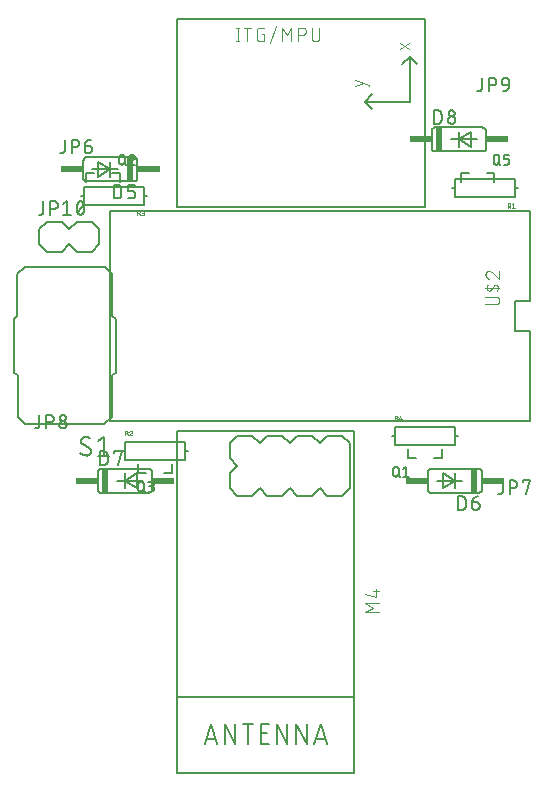
<source format=gbr>
G04 EAGLE Gerber RS-274X export*
G75*
%MOMM*%
%FSLAX34Y34*%
%LPD*%
%INSilkscreen Top*%
%IPPOS*%
%AMOC8*
5,1,8,0,0,1.08239X$1,22.5*%
G01*
%ADD10C,0.152400*%
%ADD11R,0.508000X2.032000*%
%ADD12R,1.905000X0.508000*%
%ADD13C,0.127000*%
%ADD14C,0.203200*%
%ADD15C,0.101600*%
%ADD16C,0.177800*%
%ADD17C,0.025400*%


D10*
X-132842Y115824D02*
X-139192Y115824D01*
X-149352Y109474D02*
X-149352Y122174D01*
X-139192Y115824D01*
X-154432Y115824D01*
X-149352Y109474D02*
X-139192Y115824D01*
X-139192Y109474D01*
X-139192Y115824D02*
X-139192Y122174D01*
X-159512Y105664D02*
X-159612Y105666D01*
X-159711Y105672D01*
X-159811Y105682D01*
X-159909Y105695D01*
X-160008Y105713D01*
X-160105Y105734D01*
X-160201Y105759D01*
X-160297Y105788D01*
X-160391Y105821D01*
X-160484Y105857D01*
X-160575Y105897D01*
X-160665Y105941D01*
X-160753Y105988D01*
X-160839Y106038D01*
X-160923Y106092D01*
X-161005Y106149D01*
X-161084Y106209D01*
X-161162Y106273D01*
X-161236Y106339D01*
X-161308Y106408D01*
X-161377Y106480D01*
X-161443Y106554D01*
X-161507Y106632D01*
X-161567Y106711D01*
X-161624Y106793D01*
X-161678Y106877D01*
X-161728Y106963D01*
X-161775Y107051D01*
X-161819Y107141D01*
X-161859Y107232D01*
X-161895Y107325D01*
X-161928Y107419D01*
X-161957Y107515D01*
X-161982Y107611D01*
X-162003Y107708D01*
X-162021Y107807D01*
X-162034Y107905D01*
X-162044Y108005D01*
X-162050Y108104D01*
X-162052Y108204D01*
X-118872Y105664D02*
X-118772Y105666D01*
X-118673Y105672D01*
X-118573Y105682D01*
X-118475Y105695D01*
X-118376Y105713D01*
X-118279Y105734D01*
X-118183Y105759D01*
X-118087Y105788D01*
X-117993Y105821D01*
X-117900Y105857D01*
X-117809Y105897D01*
X-117719Y105941D01*
X-117631Y105988D01*
X-117545Y106038D01*
X-117461Y106092D01*
X-117379Y106149D01*
X-117300Y106209D01*
X-117222Y106273D01*
X-117148Y106339D01*
X-117076Y106408D01*
X-117007Y106480D01*
X-116941Y106554D01*
X-116877Y106632D01*
X-116817Y106711D01*
X-116760Y106793D01*
X-116706Y106877D01*
X-116656Y106963D01*
X-116609Y107051D01*
X-116565Y107141D01*
X-116525Y107232D01*
X-116489Y107325D01*
X-116456Y107419D01*
X-116427Y107515D01*
X-116402Y107611D01*
X-116381Y107708D01*
X-116363Y107807D01*
X-116350Y107905D01*
X-116340Y108005D01*
X-116334Y108104D01*
X-116332Y108204D01*
X-116332Y123444D02*
X-116334Y123544D01*
X-116340Y123643D01*
X-116350Y123743D01*
X-116363Y123841D01*
X-116381Y123940D01*
X-116402Y124037D01*
X-116427Y124133D01*
X-116456Y124229D01*
X-116489Y124323D01*
X-116525Y124416D01*
X-116565Y124507D01*
X-116609Y124597D01*
X-116656Y124685D01*
X-116706Y124771D01*
X-116760Y124855D01*
X-116817Y124937D01*
X-116877Y125016D01*
X-116941Y125094D01*
X-117007Y125168D01*
X-117076Y125240D01*
X-117148Y125309D01*
X-117222Y125375D01*
X-117300Y125439D01*
X-117379Y125499D01*
X-117461Y125556D01*
X-117545Y125610D01*
X-117631Y125660D01*
X-117719Y125707D01*
X-117809Y125751D01*
X-117900Y125791D01*
X-117993Y125827D01*
X-118087Y125860D01*
X-118183Y125889D01*
X-118279Y125914D01*
X-118376Y125935D01*
X-118475Y125953D01*
X-118573Y125966D01*
X-118673Y125976D01*
X-118772Y125982D01*
X-118872Y125984D01*
X-159512Y125984D02*
X-159612Y125982D01*
X-159711Y125976D01*
X-159811Y125966D01*
X-159909Y125953D01*
X-160008Y125935D01*
X-160105Y125914D01*
X-160201Y125889D01*
X-160297Y125860D01*
X-160391Y125827D01*
X-160484Y125791D01*
X-160575Y125751D01*
X-160665Y125707D01*
X-160753Y125660D01*
X-160839Y125610D01*
X-160923Y125556D01*
X-161005Y125499D01*
X-161084Y125439D01*
X-161162Y125375D01*
X-161236Y125309D01*
X-161308Y125240D01*
X-161377Y125168D01*
X-161443Y125094D01*
X-161507Y125016D01*
X-161567Y124937D01*
X-161624Y124855D01*
X-161678Y124771D01*
X-161728Y124685D01*
X-161775Y124597D01*
X-161819Y124507D01*
X-161859Y124416D01*
X-161895Y124323D01*
X-161928Y124229D01*
X-161957Y124133D01*
X-161982Y124037D01*
X-162003Y123940D01*
X-162021Y123841D01*
X-162034Y123743D01*
X-162044Y123643D01*
X-162050Y123544D01*
X-162052Y123444D01*
X-162052Y108204D01*
X-116332Y108204D02*
X-116332Y123444D01*
X-118872Y105664D02*
X-159512Y105664D01*
X-159512Y125984D02*
X-118872Y125984D01*
D11*
X-122682Y115824D03*
D12*
X-171577Y115824D03*
X-106807Y115824D03*
D13*
X-136398Y102489D02*
X-136398Y91059D01*
X-136398Y102489D02*
X-133223Y102489D01*
X-133112Y102487D01*
X-133002Y102481D01*
X-132891Y102472D01*
X-132781Y102458D01*
X-132672Y102441D01*
X-132563Y102420D01*
X-132455Y102395D01*
X-132348Y102366D01*
X-132242Y102334D01*
X-132137Y102298D01*
X-132034Y102258D01*
X-131932Y102215D01*
X-131831Y102168D01*
X-131732Y102117D01*
X-131636Y102064D01*
X-131541Y102007D01*
X-131448Y101946D01*
X-131357Y101883D01*
X-131268Y101816D01*
X-131182Y101746D01*
X-131099Y101673D01*
X-131017Y101598D01*
X-130939Y101520D01*
X-130864Y101438D01*
X-130791Y101355D01*
X-130721Y101269D01*
X-130654Y101180D01*
X-130591Y101089D01*
X-130530Y100996D01*
X-130473Y100902D01*
X-130420Y100805D01*
X-130369Y100706D01*
X-130322Y100605D01*
X-130279Y100503D01*
X-130239Y100400D01*
X-130203Y100295D01*
X-130171Y100189D01*
X-130142Y100082D01*
X-130117Y99974D01*
X-130096Y99865D01*
X-130079Y99756D01*
X-130065Y99646D01*
X-130056Y99535D01*
X-130050Y99425D01*
X-130048Y99314D01*
X-130048Y94234D01*
X-130050Y94123D01*
X-130056Y94013D01*
X-130065Y93902D01*
X-130079Y93792D01*
X-130096Y93683D01*
X-130117Y93574D01*
X-130142Y93466D01*
X-130171Y93359D01*
X-130203Y93253D01*
X-130239Y93148D01*
X-130279Y93045D01*
X-130322Y92943D01*
X-130369Y92842D01*
X-130420Y92743D01*
X-130473Y92646D01*
X-130530Y92552D01*
X-130591Y92459D01*
X-130654Y92368D01*
X-130721Y92279D01*
X-130791Y92193D01*
X-130864Y92110D01*
X-130939Y92028D01*
X-131017Y91950D01*
X-131099Y91875D01*
X-131182Y91802D01*
X-131268Y91732D01*
X-131357Y91665D01*
X-131448Y91602D01*
X-131541Y91541D01*
X-131636Y91484D01*
X-131732Y91431D01*
X-131831Y91380D01*
X-131932Y91333D01*
X-132034Y91290D01*
X-132137Y91250D01*
X-132242Y91214D01*
X-132348Y91182D01*
X-132455Y91153D01*
X-132563Y91128D01*
X-132672Y91107D01*
X-132781Y91090D01*
X-132891Y91076D01*
X-133002Y91067D01*
X-133112Y91061D01*
X-133223Y91059D01*
X-136398Y91059D01*
X-124587Y91059D02*
X-120777Y91059D01*
X-120677Y91061D01*
X-120578Y91067D01*
X-120478Y91077D01*
X-120380Y91090D01*
X-120281Y91108D01*
X-120184Y91129D01*
X-120088Y91154D01*
X-119992Y91183D01*
X-119898Y91216D01*
X-119805Y91252D01*
X-119714Y91292D01*
X-119624Y91336D01*
X-119536Y91383D01*
X-119450Y91433D01*
X-119366Y91487D01*
X-119284Y91544D01*
X-119205Y91604D01*
X-119127Y91668D01*
X-119053Y91734D01*
X-118981Y91803D01*
X-118912Y91875D01*
X-118846Y91949D01*
X-118782Y92027D01*
X-118722Y92106D01*
X-118665Y92188D01*
X-118611Y92272D01*
X-118561Y92358D01*
X-118514Y92446D01*
X-118470Y92536D01*
X-118430Y92627D01*
X-118394Y92720D01*
X-118361Y92814D01*
X-118332Y92910D01*
X-118307Y93006D01*
X-118286Y93103D01*
X-118268Y93202D01*
X-118255Y93300D01*
X-118245Y93400D01*
X-118239Y93499D01*
X-118237Y93599D01*
X-118237Y94869D01*
X-118239Y94969D01*
X-118245Y95068D01*
X-118255Y95168D01*
X-118268Y95266D01*
X-118286Y95365D01*
X-118307Y95462D01*
X-118332Y95558D01*
X-118361Y95654D01*
X-118394Y95748D01*
X-118430Y95841D01*
X-118470Y95932D01*
X-118514Y96022D01*
X-118561Y96110D01*
X-118611Y96196D01*
X-118665Y96280D01*
X-118722Y96362D01*
X-118782Y96441D01*
X-118846Y96519D01*
X-118912Y96593D01*
X-118981Y96665D01*
X-119053Y96734D01*
X-119127Y96800D01*
X-119205Y96864D01*
X-119284Y96924D01*
X-119366Y96981D01*
X-119450Y97035D01*
X-119536Y97085D01*
X-119624Y97132D01*
X-119714Y97176D01*
X-119805Y97216D01*
X-119898Y97252D01*
X-119992Y97285D01*
X-120088Y97314D01*
X-120184Y97339D01*
X-120281Y97360D01*
X-120380Y97378D01*
X-120478Y97391D01*
X-120578Y97401D01*
X-120677Y97407D01*
X-120777Y97409D01*
X-124587Y97409D01*
X-124587Y102489D01*
X-118237Y102489D01*
D10*
X152400Y-147828D02*
X158750Y-147828D01*
X142240Y-154178D02*
X142240Y-141478D01*
X152400Y-147828D01*
X137160Y-147828D01*
X142240Y-154178D02*
X152400Y-147828D01*
X152400Y-154178D01*
X152400Y-147828D02*
X152400Y-141478D01*
X132080Y-157988D02*
X131980Y-157986D01*
X131881Y-157980D01*
X131781Y-157970D01*
X131683Y-157957D01*
X131584Y-157939D01*
X131487Y-157918D01*
X131391Y-157893D01*
X131295Y-157864D01*
X131201Y-157831D01*
X131108Y-157795D01*
X131017Y-157755D01*
X130927Y-157711D01*
X130839Y-157664D01*
X130753Y-157614D01*
X130669Y-157560D01*
X130587Y-157503D01*
X130508Y-157443D01*
X130430Y-157379D01*
X130356Y-157313D01*
X130284Y-157244D01*
X130215Y-157172D01*
X130149Y-157098D01*
X130085Y-157020D01*
X130025Y-156941D01*
X129968Y-156859D01*
X129914Y-156775D01*
X129864Y-156689D01*
X129817Y-156601D01*
X129773Y-156511D01*
X129733Y-156420D01*
X129697Y-156327D01*
X129664Y-156233D01*
X129635Y-156137D01*
X129610Y-156041D01*
X129589Y-155944D01*
X129571Y-155845D01*
X129558Y-155747D01*
X129548Y-155647D01*
X129542Y-155548D01*
X129540Y-155448D01*
X172720Y-157988D02*
X172820Y-157986D01*
X172919Y-157980D01*
X173019Y-157970D01*
X173117Y-157957D01*
X173216Y-157939D01*
X173313Y-157918D01*
X173409Y-157893D01*
X173505Y-157864D01*
X173599Y-157831D01*
X173692Y-157795D01*
X173783Y-157755D01*
X173873Y-157711D01*
X173961Y-157664D01*
X174047Y-157614D01*
X174131Y-157560D01*
X174213Y-157503D01*
X174292Y-157443D01*
X174370Y-157379D01*
X174444Y-157313D01*
X174516Y-157244D01*
X174585Y-157172D01*
X174651Y-157098D01*
X174715Y-157020D01*
X174775Y-156941D01*
X174832Y-156859D01*
X174886Y-156775D01*
X174936Y-156689D01*
X174983Y-156601D01*
X175027Y-156511D01*
X175067Y-156420D01*
X175103Y-156327D01*
X175136Y-156233D01*
X175165Y-156137D01*
X175190Y-156041D01*
X175211Y-155944D01*
X175229Y-155845D01*
X175242Y-155747D01*
X175252Y-155647D01*
X175258Y-155548D01*
X175260Y-155448D01*
X175260Y-140208D02*
X175258Y-140108D01*
X175252Y-140009D01*
X175242Y-139909D01*
X175229Y-139811D01*
X175211Y-139712D01*
X175190Y-139615D01*
X175165Y-139519D01*
X175136Y-139423D01*
X175103Y-139329D01*
X175067Y-139236D01*
X175027Y-139145D01*
X174983Y-139055D01*
X174936Y-138967D01*
X174886Y-138881D01*
X174832Y-138797D01*
X174775Y-138715D01*
X174715Y-138636D01*
X174651Y-138558D01*
X174585Y-138484D01*
X174516Y-138412D01*
X174444Y-138343D01*
X174370Y-138277D01*
X174292Y-138213D01*
X174213Y-138153D01*
X174131Y-138096D01*
X174047Y-138042D01*
X173961Y-137992D01*
X173873Y-137945D01*
X173783Y-137901D01*
X173692Y-137861D01*
X173599Y-137825D01*
X173505Y-137792D01*
X173409Y-137763D01*
X173313Y-137738D01*
X173216Y-137717D01*
X173117Y-137699D01*
X173019Y-137686D01*
X172919Y-137676D01*
X172820Y-137670D01*
X172720Y-137668D01*
X132080Y-137668D02*
X131980Y-137670D01*
X131881Y-137676D01*
X131781Y-137686D01*
X131683Y-137699D01*
X131584Y-137717D01*
X131487Y-137738D01*
X131391Y-137763D01*
X131295Y-137792D01*
X131201Y-137825D01*
X131108Y-137861D01*
X131017Y-137901D01*
X130927Y-137945D01*
X130839Y-137992D01*
X130753Y-138042D01*
X130669Y-138096D01*
X130587Y-138153D01*
X130508Y-138213D01*
X130430Y-138277D01*
X130356Y-138343D01*
X130284Y-138412D01*
X130215Y-138484D01*
X130149Y-138558D01*
X130085Y-138636D01*
X130025Y-138715D01*
X129968Y-138797D01*
X129914Y-138881D01*
X129864Y-138967D01*
X129817Y-139055D01*
X129773Y-139145D01*
X129733Y-139236D01*
X129697Y-139329D01*
X129664Y-139423D01*
X129635Y-139519D01*
X129610Y-139615D01*
X129589Y-139712D01*
X129571Y-139811D01*
X129558Y-139909D01*
X129548Y-140009D01*
X129542Y-140108D01*
X129540Y-140208D01*
X129540Y-155448D01*
X175260Y-155448D02*
X175260Y-140208D01*
X172720Y-157988D02*
X132080Y-157988D01*
X132080Y-137668D02*
X172720Y-137668D01*
D11*
X168910Y-147828D03*
D12*
X120015Y-147828D03*
X184785Y-147828D03*
D13*
X155194Y-161163D02*
X155194Y-172593D01*
X155194Y-161163D02*
X158369Y-161163D01*
X158480Y-161165D01*
X158590Y-161171D01*
X158701Y-161180D01*
X158811Y-161194D01*
X158920Y-161211D01*
X159029Y-161232D01*
X159137Y-161257D01*
X159244Y-161286D01*
X159350Y-161318D01*
X159455Y-161354D01*
X159558Y-161394D01*
X159660Y-161437D01*
X159761Y-161484D01*
X159860Y-161535D01*
X159957Y-161588D01*
X160051Y-161645D01*
X160144Y-161706D01*
X160235Y-161769D01*
X160324Y-161836D01*
X160410Y-161906D01*
X160493Y-161979D01*
X160575Y-162054D01*
X160653Y-162132D01*
X160728Y-162214D01*
X160801Y-162297D01*
X160871Y-162383D01*
X160938Y-162472D01*
X161001Y-162563D01*
X161062Y-162656D01*
X161119Y-162751D01*
X161172Y-162847D01*
X161223Y-162946D01*
X161270Y-163047D01*
X161313Y-163149D01*
X161353Y-163252D01*
X161389Y-163357D01*
X161421Y-163463D01*
X161450Y-163570D01*
X161475Y-163678D01*
X161496Y-163787D01*
X161513Y-163896D01*
X161527Y-164006D01*
X161536Y-164117D01*
X161542Y-164227D01*
X161544Y-164338D01*
X161544Y-169418D01*
X161542Y-169529D01*
X161536Y-169639D01*
X161527Y-169750D01*
X161513Y-169860D01*
X161496Y-169969D01*
X161475Y-170078D01*
X161450Y-170186D01*
X161421Y-170293D01*
X161389Y-170399D01*
X161353Y-170504D01*
X161313Y-170607D01*
X161270Y-170709D01*
X161223Y-170810D01*
X161172Y-170909D01*
X161119Y-171006D01*
X161062Y-171100D01*
X161001Y-171193D01*
X160938Y-171284D01*
X160871Y-171373D01*
X160801Y-171459D01*
X160728Y-171542D01*
X160653Y-171624D01*
X160575Y-171702D01*
X160493Y-171777D01*
X160410Y-171850D01*
X160324Y-171920D01*
X160235Y-171987D01*
X160144Y-172050D01*
X160051Y-172111D01*
X159956Y-172168D01*
X159860Y-172221D01*
X159761Y-172272D01*
X159660Y-172319D01*
X159558Y-172362D01*
X159455Y-172402D01*
X159350Y-172438D01*
X159244Y-172470D01*
X159137Y-172499D01*
X159029Y-172524D01*
X158920Y-172545D01*
X158811Y-172562D01*
X158701Y-172576D01*
X158590Y-172585D01*
X158480Y-172591D01*
X158369Y-172593D01*
X155194Y-172593D01*
X167005Y-166243D02*
X170815Y-166243D01*
X170915Y-166245D01*
X171014Y-166251D01*
X171114Y-166261D01*
X171212Y-166274D01*
X171311Y-166292D01*
X171408Y-166313D01*
X171504Y-166338D01*
X171600Y-166367D01*
X171694Y-166400D01*
X171787Y-166436D01*
X171878Y-166476D01*
X171968Y-166520D01*
X172056Y-166567D01*
X172142Y-166617D01*
X172226Y-166671D01*
X172308Y-166728D01*
X172387Y-166788D01*
X172465Y-166852D01*
X172539Y-166918D01*
X172611Y-166987D01*
X172680Y-167059D01*
X172746Y-167133D01*
X172810Y-167211D01*
X172870Y-167290D01*
X172927Y-167372D01*
X172981Y-167456D01*
X173031Y-167542D01*
X173078Y-167630D01*
X173122Y-167720D01*
X173162Y-167811D01*
X173198Y-167904D01*
X173231Y-167998D01*
X173260Y-168094D01*
X173285Y-168190D01*
X173306Y-168287D01*
X173324Y-168386D01*
X173337Y-168484D01*
X173347Y-168584D01*
X173353Y-168683D01*
X173355Y-168783D01*
X173355Y-169418D01*
X173353Y-169529D01*
X173347Y-169639D01*
X173338Y-169750D01*
X173324Y-169860D01*
X173307Y-169969D01*
X173286Y-170078D01*
X173261Y-170186D01*
X173232Y-170293D01*
X173200Y-170399D01*
X173164Y-170504D01*
X173124Y-170607D01*
X173081Y-170709D01*
X173034Y-170810D01*
X172983Y-170909D01*
X172930Y-171006D01*
X172873Y-171100D01*
X172812Y-171193D01*
X172749Y-171284D01*
X172682Y-171373D01*
X172612Y-171459D01*
X172539Y-171542D01*
X172464Y-171624D01*
X172386Y-171702D01*
X172304Y-171777D01*
X172221Y-171850D01*
X172135Y-171920D01*
X172046Y-171987D01*
X171955Y-172050D01*
X171862Y-172111D01*
X171767Y-172168D01*
X171671Y-172221D01*
X171572Y-172272D01*
X171471Y-172319D01*
X171369Y-172362D01*
X171266Y-172402D01*
X171161Y-172438D01*
X171055Y-172470D01*
X170948Y-172499D01*
X170840Y-172524D01*
X170731Y-172545D01*
X170622Y-172562D01*
X170512Y-172576D01*
X170401Y-172585D01*
X170291Y-172591D01*
X170180Y-172593D01*
X170069Y-172591D01*
X169959Y-172585D01*
X169848Y-172576D01*
X169738Y-172562D01*
X169629Y-172545D01*
X169520Y-172524D01*
X169412Y-172499D01*
X169305Y-172470D01*
X169199Y-172438D01*
X169094Y-172402D01*
X168991Y-172362D01*
X168889Y-172319D01*
X168788Y-172272D01*
X168689Y-172221D01*
X168593Y-172168D01*
X168498Y-172111D01*
X168405Y-172050D01*
X168314Y-171987D01*
X168225Y-171920D01*
X168139Y-171850D01*
X168056Y-171777D01*
X167974Y-171702D01*
X167896Y-171624D01*
X167821Y-171542D01*
X167748Y-171459D01*
X167678Y-171373D01*
X167611Y-171284D01*
X167548Y-171193D01*
X167487Y-171100D01*
X167430Y-171006D01*
X167377Y-170909D01*
X167326Y-170810D01*
X167279Y-170709D01*
X167236Y-170607D01*
X167196Y-170504D01*
X167160Y-170399D01*
X167128Y-170293D01*
X167099Y-170186D01*
X167074Y-170078D01*
X167053Y-169969D01*
X167036Y-169860D01*
X167022Y-169750D01*
X167013Y-169639D01*
X167007Y-169529D01*
X167005Y-169418D01*
X167005Y-166243D01*
X167007Y-166103D01*
X167013Y-165963D01*
X167022Y-165823D01*
X167036Y-165684D01*
X167053Y-165545D01*
X167074Y-165407D01*
X167099Y-165269D01*
X167128Y-165132D01*
X167160Y-164996D01*
X167197Y-164861D01*
X167237Y-164727D01*
X167280Y-164594D01*
X167328Y-164462D01*
X167378Y-164331D01*
X167433Y-164202D01*
X167491Y-164075D01*
X167552Y-163949D01*
X167617Y-163825D01*
X167686Y-163703D01*
X167757Y-163583D01*
X167832Y-163465D01*
X167910Y-163348D01*
X167992Y-163234D01*
X168076Y-163123D01*
X168164Y-163014D01*
X168254Y-162907D01*
X168348Y-162802D01*
X168444Y-162701D01*
X168543Y-162602D01*
X168644Y-162506D01*
X168749Y-162412D01*
X168856Y-162322D01*
X168965Y-162234D01*
X169076Y-162150D01*
X169190Y-162068D01*
X169307Y-161990D01*
X169425Y-161915D01*
X169545Y-161844D01*
X169667Y-161775D01*
X169791Y-161710D01*
X169917Y-161649D01*
X170044Y-161591D01*
X170173Y-161536D01*
X170304Y-161486D01*
X170436Y-161438D01*
X170569Y-161395D01*
X170703Y-161355D01*
X170838Y-161318D01*
X170974Y-161286D01*
X171111Y-161257D01*
X171249Y-161232D01*
X171387Y-161211D01*
X171526Y-161194D01*
X171665Y-161180D01*
X171805Y-161171D01*
X171945Y-161165D01*
X172085Y-161163D01*
D10*
X-127000Y-147828D02*
X-133350Y-147828D01*
X-116840Y-141478D02*
X-116840Y-154178D01*
X-127000Y-147828D01*
X-111760Y-147828D01*
X-116840Y-141478D02*
X-127000Y-147828D01*
X-127000Y-141478D01*
X-127000Y-147828D02*
X-127000Y-154178D01*
X-106680Y-137668D02*
X-106580Y-137670D01*
X-106481Y-137676D01*
X-106381Y-137686D01*
X-106283Y-137699D01*
X-106184Y-137717D01*
X-106087Y-137738D01*
X-105991Y-137763D01*
X-105895Y-137792D01*
X-105801Y-137825D01*
X-105708Y-137861D01*
X-105617Y-137901D01*
X-105527Y-137945D01*
X-105439Y-137992D01*
X-105353Y-138042D01*
X-105269Y-138096D01*
X-105187Y-138153D01*
X-105108Y-138213D01*
X-105030Y-138277D01*
X-104956Y-138343D01*
X-104884Y-138412D01*
X-104815Y-138484D01*
X-104749Y-138558D01*
X-104685Y-138636D01*
X-104625Y-138715D01*
X-104568Y-138797D01*
X-104514Y-138881D01*
X-104464Y-138967D01*
X-104417Y-139055D01*
X-104373Y-139145D01*
X-104333Y-139236D01*
X-104297Y-139329D01*
X-104264Y-139423D01*
X-104235Y-139519D01*
X-104210Y-139615D01*
X-104189Y-139712D01*
X-104171Y-139811D01*
X-104158Y-139909D01*
X-104148Y-140009D01*
X-104142Y-140108D01*
X-104140Y-140208D01*
X-147320Y-137668D02*
X-147420Y-137670D01*
X-147519Y-137676D01*
X-147619Y-137686D01*
X-147717Y-137699D01*
X-147816Y-137717D01*
X-147913Y-137738D01*
X-148009Y-137763D01*
X-148105Y-137792D01*
X-148199Y-137825D01*
X-148292Y-137861D01*
X-148383Y-137901D01*
X-148473Y-137945D01*
X-148561Y-137992D01*
X-148647Y-138042D01*
X-148731Y-138096D01*
X-148813Y-138153D01*
X-148892Y-138213D01*
X-148970Y-138277D01*
X-149044Y-138343D01*
X-149116Y-138412D01*
X-149185Y-138484D01*
X-149251Y-138558D01*
X-149315Y-138636D01*
X-149375Y-138715D01*
X-149432Y-138797D01*
X-149486Y-138881D01*
X-149536Y-138967D01*
X-149583Y-139055D01*
X-149627Y-139145D01*
X-149667Y-139236D01*
X-149703Y-139329D01*
X-149736Y-139423D01*
X-149765Y-139519D01*
X-149790Y-139615D01*
X-149811Y-139712D01*
X-149829Y-139811D01*
X-149842Y-139909D01*
X-149852Y-140009D01*
X-149858Y-140108D01*
X-149860Y-140208D01*
X-149860Y-155448D02*
X-149858Y-155548D01*
X-149852Y-155647D01*
X-149842Y-155747D01*
X-149829Y-155845D01*
X-149811Y-155944D01*
X-149790Y-156041D01*
X-149765Y-156137D01*
X-149736Y-156233D01*
X-149703Y-156327D01*
X-149667Y-156420D01*
X-149627Y-156511D01*
X-149583Y-156601D01*
X-149536Y-156689D01*
X-149486Y-156775D01*
X-149432Y-156859D01*
X-149375Y-156941D01*
X-149315Y-157020D01*
X-149251Y-157098D01*
X-149185Y-157172D01*
X-149116Y-157244D01*
X-149044Y-157313D01*
X-148970Y-157379D01*
X-148892Y-157443D01*
X-148813Y-157503D01*
X-148731Y-157560D01*
X-148647Y-157614D01*
X-148561Y-157664D01*
X-148473Y-157711D01*
X-148383Y-157755D01*
X-148292Y-157795D01*
X-148199Y-157831D01*
X-148105Y-157864D01*
X-148009Y-157893D01*
X-147913Y-157918D01*
X-147816Y-157939D01*
X-147717Y-157957D01*
X-147619Y-157970D01*
X-147519Y-157980D01*
X-147420Y-157986D01*
X-147320Y-157988D01*
X-106680Y-157988D02*
X-106580Y-157986D01*
X-106481Y-157980D01*
X-106381Y-157970D01*
X-106283Y-157957D01*
X-106184Y-157939D01*
X-106087Y-157918D01*
X-105991Y-157893D01*
X-105895Y-157864D01*
X-105801Y-157831D01*
X-105708Y-157795D01*
X-105617Y-157755D01*
X-105527Y-157711D01*
X-105439Y-157664D01*
X-105353Y-157614D01*
X-105269Y-157560D01*
X-105187Y-157503D01*
X-105108Y-157443D01*
X-105030Y-157379D01*
X-104956Y-157313D01*
X-104884Y-157244D01*
X-104815Y-157172D01*
X-104749Y-157098D01*
X-104685Y-157020D01*
X-104625Y-156941D01*
X-104568Y-156859D01*
X-104514Y-156775D01*
X-104464Y-156689D01*
X-104417Y-156601D01*
X-104373Y-156511D01*
X-104333Y-156420D01*
X-104297Y-156327D01*
X-104264Y-156233D01*
X-104235Y-156137D01*
X-104210Y-156041D01*
X-104189Y-155944D01*
X-104171Y-155845D01*
X-104158Y-155747D01*
X-104148Y-155647D01*
X-104142Y-155548D01*
X-104140Y-155448D01*
X-104140Y-140208D01*
X-149860Y-140208D02*
X-149860Y-155448D01*
X-147320Y-137668D02*
X-106680Y-137668D01*
X-106680Y-157988D02*
X-147320Y-157988D01*
D11*
X-143510Y-147828D03*
D12*
X-94615Y-147828D03*
X-159385Y-147828D03*
D13*
X-147955Y-134493D02*
X-147955Y-123063D01*
X-144780Y-123063D01*
X-144669Y-123065D01*
X-144559Y-123071D01*
X-144448Y-123080D01*
X-144338Y-123094D01*
X-144229Y-123111D01*
X-144120Y-123132D01*
X-144012Y-123157D01*
X-143905Y-123186D01*
X-143799Y-123218D01*
X-143694Y-123254D01*
X-143591Y-123294D01*
X-143489Y-123337D01*
X-143388Y-123384D01*
X-143289Y-123435D01*
X-143193Y-123488D01*
X-143098Y-123545D01*
X-143005Y-123606D01*
X-142914Y-123669D01*
X-142825Y-123736D01*
X-142739Y-123806D01*
X-142656Y-123879D01*
X-142574Y-123954D01*
X-142496Y-124032D01*
X-142421Y-124114D01*
X-142348Y-124197D01*
X-142278Y-124283D01*
X-142211Y-124372D01*
X-142148Y-124463D01*
X-142087Y-124556D01*
X-142030Y-124651D01*
X-141977Y-124747D01*
X-141926Y-124846D01*
X-141879Y-124947D01*
X-141836Y-125049D01*
X-141796Y-125152D01*
X-141760Y-125257D01*
X-141728Y-125363D01*
X-141699Y-125470D01*
X-141674Y-125578D01*
X-141653Y-125687D01*
X-141636Y-125796D01*
X-141622Y-125906D01*
X-141613Y-126017D01*
X-141607Y-126127D01*
X-141605Y-126238D01*
X-141605Y-131318D01*
X-141607Y-131429D01*
X-141613Y-131539D01*
X-141622Y-131650D01*
X-141636Y-131760D01*
X-141653Y-131869D01*
X-141674Y-131978D01*
X-141699Y-132086D01*
X-141728Y-132193D01*
X-141760Y-132299D01*
X-141796Y-132404D01*
X-141836Y-132507D01*
X-141879Y-132609D01*
X-141926Y-132710D01*
X-141977Y-132809D01*
X-142030Y-132906D01*
X-142087Y-133000D01*
X-142148Y-133093D01*
X-142211Y-133184D01*
X-142278Y-133273D01*
X-142348Y-133359D01*
X-142421Y-133442D01*
X-142496Y-133524D01*
X-142574Y-133602D01*
X-142656Y-133677D01*
X-142739Y-133750D01*
X-142825Y-133820D01*
X-142914Y-133887D01*
X-143005Y-133950D01*
X-143098Y-134011D01*
X-143193Y-134068D01*
X-143289Y-134121D01*
X-143388Y-134172D01*
X-143489Y-134219D01*
X-143591Y-134262D01*
X-143694Y-134302D01*
X-143799Y-134338D01*
X-143905Y-134370D01*
X-144012Y-134399D01*
X-144120Y-134424D01*
X-144229Y-134445D01*
X-144338Y-134462D01*
X-144448Y-134476D01*
X-144559Y-134485D01*
X-144669Y-134491D01*
X-144780Y-134493D01*
X-147955Y-134493D01*
X-136144Y-124333D02*
X-136144Y-123063D01*
X-129794Y-123063D01*
X-132969Y-134493D01*
D10*
X149352Y140970D02*
X155702Y140970D01*
X165862Y147320D02*
X165862Y134620D01*
X155702Y140970D01*
X170942Y140970D01*
X165862Y147320D02*
X155702Y140970D01*
X155702Y147320D01*
X155702Y140970D02*
X155702Y134620D01*
X176022Y151130D02*
X176122Y151128D01*
X176221Y151122D01*
X176321Y151112D01*
X176419Y151099D01*
X176518Y151081D01*
X176615Y151060D01*
X176711Y151035D01*
X176807Y151006D01*
X176901Y150973D01*
X176994Y150937D01*
X177085Y150897D01*
X177175Y150853D01*
X177263Y150806D01*
X177349Y150756D01*
X177433Y150702D01*
X177515Y150645D01*
X177594Y150585D01*
X177672Y150521D01*
X177746Y150455D01*
X177818Y150386D01*
X177887Y150314D01*
X177953Y150240D01*
X178017Y150162D01*
X178077Y150083D01*
X178134Y150001D01*
X178188Y149917D01*
X178238Y149831D01*
X178285Y149743D01*
X178329Y149653D01*
X178369Y149562D01*
X178405Y149469D01*
X178438Y149375D01*
X178467Y149279D01*
X178492Y149183D01*
X178513Y149086D01*
X178531Y148987D01*
X178544Y148889D01*
X178554Y148789D01*
X178560Y148690D01*
X178562Y148590D01*
X135382Y151130D02*
X135282Y151128D01*
X135183Y151122D01*
X135083Y151112D01*
X134985Y151099D01*
X134886Y151081D01*
X134789Y151060D01*
X134693Y151035D01*
X134597Y151006D01*
X134503Y150973D01*
X134410Y150937D01*
X134319Y150897D01*
X134229Y150853D01*
X134141Y150806D01*
X134055Y150756D01*
X133971Y150702D01*
X133889Y150645D01*
X133810Y150585D01*
X133732Y150521D01*
X133658Y150455D01*
X133586Y150386D01*
X133517Y150314D01*
X133451Y150240D01*
X133387Y150162D01*
X133327Y150083D01*
X133270Y150001D01*
X133216Y149917D01*
X133166Y149831D01*
X133119Y149743D01*
X133075Y149653D01*
X133035Y149562D01*
X132999Y149469D01*
X132966Y149375D01*
X132937Y149279D01*
X132912Y149183D01*
X132891Y149086D01*
X132873Y148987D01*
X132860Y148889D01*
X132850Y148789D01*
X132844Y148690D01*
X132842Y148590D01*
X132842Y133350D02*
X132844Y133250D01*
X132850Y133151D01*
X132860Y133051D01*
X132873Y132953D01*
X132891Y132854D01*
X132912Y132757D01*
X132937Y132661D01*
X132966Y132565D01*
X132999Y132471D01*
X133035Y132378D01*
X133075Y132287D01*
X133119Y132197D01*
X133166Y132109D01*
X133216Y132023D01*
X133270Y131939D01*
X133327Y131857D01*
X133387Y131778D01*
X133451Y131700D01*
X133517Y131626D01*
X133586Y131554D01*
X133658Y131485D01*
X133732Y131419D01*
X133810Y131355D01*
X133889Y131295D01*
X133971Y131238D01*
X134055Y131184D01*
X134141Y131134D01*
X134229Y131087D01*
X134319Y131043D01*
X134410Y131003D01*
X134503Y130967D01*
X134597Y130934D01*
X134693Y130905D01*
X134789Y130880D01*
X134886Y130859D01*
X134985Y130841D01*
X135083Y130828D01*
X135183Y130818D01*
X135282Y130812D01*
X135382Y130810D01*
X176022Y130810D02*
X176122Y130812D01*
X176221Y130818D01*
X176321Y130828D01*
X176419Y130841D01*
X176518Y130859D01*
X176615Y130880D01*
X176711Y130905D01*
X176807Y130934D01*
X176901Y130967D01*
X176994Y131003D01*
X177085Y131043D01*
X177175Y131087D01*
X177263Y131134D01*
X177349Y131184D01*
X177433Y131238D01*
X177515Y131295D01*
X177594Y131355D01*
X177672Y131419D01*
X177746Y131485D01*
X177818Y131554D01*
X177887Y131626D01*
X177953Y131700D01*
X178017Y131778D01*
X178077Y131857D01*
X178134Y131939D01*
X178188Y132023D01*
X178238Y132109D01*
X178285Y132197D01*
X178329Y132287D01*
X178369Y132378D01*
X178405Y132471D01*
X178438Y132565D01*
X178467Y132661D01*
X178492Y132757D01*
X178513Y132854D01*
X178531Y132953D01*
X178544Y133051D01*
X178554Y133151D01*
X178560Y133250D01*
X178562Y133350D01*
X178562Y148590D01*
X132842Y148590D02*
X132842Y133350D01*
X135382Y151130D02*
X176022Y151130D01*
X176022Y130810D02*
X135382Y130810D01*
D11*
X139192Y140970D03*
D12*
X188087Y140970D03*
X123317Y140970D03*
D13*
X134747Y154305D02*
X134747Y165735D01*
X137922Y165735D01*
X138033Y165733D01*
X138143Y165727D01*
X138254Y165718D01*
X138364Y165704D01*
X138473Y165687D01*
X138582Y165666D01*
X138690Y165641D01*
X138797Y165612D01*
X138903Y165580D01*
X139008Y165544D01*
X139111Y165504D01*
X139213Y165461D01*
X139314Y165414D01*
X139413Y165363D01*
X139510Y165310D01*
X139604Y165253D01*
X139697Y165192D01*
X139788Y165129D01*
X139877Y165062D01*
X139963Y164992D01*
X140046Y164919D01*
X140128Y164844D01*
X140206Y164766D01*
X140281Y164684D01*
X140354Y164601D01*
X140424Y164515D01*
X140491Y164426D01*
X140554Y164335D01*
X140615Y164242D01*
X140672Y164148D01*
X140725Y164051D01*
X140776Y163952D01*
X140823Y163851D01*
X140866Y163749D01*
X140906Y163646D01*
X140942Y163541D01*
X140974Y163435D01*
X141003Y163328D01*
X141028Y163220D01*
X141049Y163111D01*
X141066Y163002D01*
X141080Y162892D01*
X141089Y162781D01*
X141095Y162671D01*
X141097Y162560D01*
X141097Y157480D01*
X141095Y157369D01*
X141089Y157259D01*
X141080Y157148D01*
X141066Y157038D01*
X141049Y156929D01*
X141028Y156820D01*
X141003Y156712D01*
X140974Y156605D01*
X140942Y156499D01*
X140906Y156394D01*
X140866Y156291D01*
X140823Y156189D01*
X140776Y156088D01*
X140725Y155989D01*
X140672Y155892D01*
X140615Y155798D01*
X140554Y155705D01*
X140491Y155614D01*
X140424Y155525D01*
X140354Y155439D01*
X140281Y155356D01*
X140206Y155274D01*
X140128Y155196D01*
X140046Y155121D01*
X139963Y155048D01*
X139877Y154978D01*
X139788Y154911D01*
X139697Y154848D01*
X139604Y154787D01*
X139509Y154730D01*
X139413Y154677D01*
X139314Y154626D01*
X139213Y154579D01*
X139111Y154536D01*
X139008Y154496D01*
X138903Y154460D01*
X138797Y154428D01*
X138690Y154399D01*
X138582Y154374D01*
X138473Y154353D01*
X138364Y154336D01*
X138254Y154322D01*
X138143Y154313D01*
X138033Y154307D01*
X137922Y154305D01*
X134747Y154305D01*
X146558Y157480D02*
X146560Y157591D01*
X146566Y157701D01*
X146575Y157812D01*
X146589Y157922D01*
X146606Y158031D01*
X146627Y158140D01*
X146652Y158248D01*
X146681Y158355D01*
X146713Y158461D01*
X146749Y158566D01*
X146789Y158669D01*
X146832Y158771D01*
X146879Y158872D01*
X146930Y158971D01*
X146983Y159068D01*
X147040Y159162D01*
X147101Y159255D01*
X147164Y159346D01*
X147231Y159435D01*
X147301Y159521D01*
X147374Y159604D01*
X147449Y159686D01*
X147527Y159764D01*
X147609Y159839D01*
X147692Y159912D01*
X147778Y159982D01*
X147867Y160049D01*
X147958Y160112D01*
X148051Y160173D01*
X148146Y160230D01*
X148242Y160283D01*
X148341Y160334D01*
X148442Y160381D01*
X148544Y160424D01*
X148647Y160464D01*
X148752Y160500D01*
X148858Y160532D01*
X148965Y160561D01*
X149073Y160586D01*
X149182Y160607D01*
X149291Y160624D01*
X149401Y160638D01*
X149512Y160647D01*
X149622Y160653D01*
X149733Y160655D01*
X149844Y160653D01*
X149954Y160647D01*
X150065Y160638D01*
X150175Y160624D01*
X150284Y160607D01*
X150393Y160586D01*
X150501Y160561D01*
X150608Y160532D01*
X150714Y160500D01*
X150819Y160464D01*
X150922Y160424D01*
X151024Y160381D01*
X151125Y160334D01*
X151224Y160283D01*
X151321Y160230D01*
X151415Y160173D01*
X151508Y160112D01*
X151599Y160049D01*
X151688Y159982D01*
X151774Y159912D01*
X151857Y159839D01*
X151939Y159764D01*
X152017Y159686D01*
X152092Y159604D01*
X152165Y159521D01*
X152235Y159435D01*
X152302Y159346D01*
X152365Y159255D01*
X152426Y159162D01*
X152483Y159068D01*
X152536Y158971D01*
X152587Y158872D01*
X152634Y158771D01*
X152677Y158669D01*
X152717Y158566D01*
X152753Y158461D01*
X152785Y158355D01*
X152814Y158248D01*
X152839Y158140D01*
X152860Y158031D01*
X152877Y157922D01*
X152891Y157812D01*
X152900Y157701D01*
X152906Y157591D01*
X152908Y157480D01*
X152906Y157369D01*
X152900Y157259D01*
X152891Y157148D01*
X152877Y157038D01*
X152860Y156929D01*
X152839Y156820D01*
X152814Y156712D01*
X152785Y156605D01*
X152753Y156499D01*
X152717Y156394D01*
X152677Y156291D01*
X152634Y156189D01*
X152587Y156088D01*
X152536Y155989D01*
X152483Y155892D01*
X152426Y155798D01*
X152365Y155705D01*
X152302Y155614D01*
X152235Y155525D01*
X152165Y155439D01*
X152092Y155356D01*
X152017Y155274D01*
X151939Y155196D01*
X151857Y155121D01*
X151774Y155048D01*
X151688Y154978D01*
X151599Y154911D01*
X151508Y154848D01*
X151415Y154787D01*
X151320Y154730D01*
X151224Y154677D01*
X151125Y154626D01*
X151024Y154579D01*
X150922Y154536D01*
X150819Y154496D01*
X150714Y154460D01*
X150608Y154428D01*
X150501Y154399D01*
X150393Y154374D01*
X150284Y154353D01*
X150175Y154336D01*
X150065Y154322D01*
X149954Y154313D01*
X149844Y154307D01*
X149733Y154305D01*
X149622Y154307D01*
X149512Y154313D01*
X149401Y154322D01*
X149291Y154336D01*
X149182Y154353D01*
X149073Y154374D01*
X148965Y154399D01*
X148858Y154428D01*
X148752Y154460D01*
X148647Y154496D01*
X148544Y154536D01*
X148442Y154579D01*
X148341Y154626D01*
X148242Y154677D01*
X148146Y154730D01*
X148051Y154787D01*
X147958Y154848D01*
X147867Y154911D01*
X147778Y154978D01*
X147692Y155048D01*
X147609Y155121D01*
X147527Y155196D01*
X147449Y155274D01*
X147374Y155356D01*
X147301Y155439D01*
X147231Y155525D01*
X147164Y155614D01*
X147101Y155705D01*
X147040Y155798D01*
X146983Y155893D01*
X146930Y155989D01*
X146879Y156088D01*
X146832Y156189D01*
X146789Y156291D01*
X146749Y156394D01*
X146713Y156499D01*
X146681Y156605D01*
X146652Y156712D01*
X146627Y156820D01*
X146606Y156929D01*
X146589Y157038D01*
X146575Y157148D01*
X146566Y157259D01*
X146560Y157369D01*
X146558Y157480D01*
X147193Y163195D02*
X147195Y163295D01*
X147201Y163394D01*
X147211Y163494D01*
X147224Y163592D01*
X147242Y163691D01*
X147263Y163788D01*
X147288Y163884D01*
X147317Y163980D01*
X147350Y164074D01*
X147386Y164167D01*
X147426Y164258D01*
X147470Y164348D01*
X147517Y164436D01*
X147567Y164522D01*
X147621Y164606D01*
X147678Y164688D01*
X147738Y164767D01*
X147802Y164845D01*
X147868Y164919D01*
X147937Y164991D01*
X148009Y165060D01*
X148083Y165126D01*
X148161Y165190D01*
X148240Y165250D01*
X148322Y165307D01*
X148406Y165361D01*
X148492Y165411D01*
X148580Y165458D01*
X148670Y165502D01*
X148761Y165542D01*
X148854Y165578D01*
X148948Y165611D01*
X149044Y165640D01*
X149140Y165665D01*
X149237Y165686D01*
X149336Y165704D01*
X149434Y165717D01*
X149534Y165727D01*
X149633Y165733D01*
X149733Y165735D01*
X149833Y165733D01*
X149932Y165727D01*
X150032Y165717D01*
X150130Y165704D01*
X150229Y165686D01*
X150326Y165665D01*
X150422Y165640D01*
X150518Y165611D01*
X150612Y165578D01*
X150705Y165542D01*
X150796Y165502D01*
X150886Y165458D01*
X150974Y165411D01*
X151060Y165361D01*
X151144Y165307D01*
X151226Y165250D01*
X151305Y165190D01*
X151383Y165126D01*
X151457Y165060D01*
X151529Y164991D01*
X151598Y164919D01*
X151664Y164845D01*
X151728Y164767D01*
X151788Y164688D01*
X151845Y164606D01*
X151899Y164522D01*
X151949Y164436D01*
X151996Y164348D01*
X152040Y164258D01*
X152080Y164167D01*
X152116Y164074D01*
X152149Y163980D01*
X152178Y163884D01*
X152203Y163788D01*
X152224Y163691D01*
X152242Y163592D01*
X152255Y163494D01*
X152265Y163394D01*
X152271Y163295D01*
X152273Y163195D01*
X152271Y163095D01*
X152265Y162996D01*
X152255Y162896D01*
X152242Y162798D01*
X152224Y162699D01*
X152203Y162602D01*
X152178Y162506D01*
X152149Y162410D01*
X152116Y162316D01*
X152080Y162223D01*
X152040Y162132D01*
X151996Y162042D01*
X151949Y161954D01*
X151899Y161868D01*
X151845Y161784D01*
X151788Y161702D01*
X151728Y161623D01*
X151664Y161545D01*
X151598Y161471D01*
X151529Y161399D01*
X151457Y161330D01*
X151383Y161264D01*
X151305Y161200D01*
X151226Y161140D01*
X151144Y161083D01*
X151060Y161029D01*
X150974Y160979D01*
X150886Y160932D01*
X150796Y160888D01*
X150705Y160848D01*
X150612Y160812D01*
X150518Y160779D01*
X150422Y160750D01*
X150326Y160725D01*
X150229Y160704D01*
X150130Y160686D01*
X150032Y160673D01*
X149932Y160663D01*
X149833Y160657D01*
X149733Y160655D01*
X149633Y160657D01*
X149534Y160663D01*
X149434Y160673D01*
X149336Y160686D01*
X149237Y160704D01*
X149140Y160725D01*
X149044Y160750D01*
X148948Y160779D01*
X148854Y160812D01*
X148761Y160848D01*
X148670Y160888D01*
X148580Y160932D01*
X148492Y160979D01*
X148406Y161029D01*
X148322Y161083D01*
X148240Y161140D01*
X148161Y161200D01*
X148083Y161264D01*
X148009Y161330D01*
X147937Y161399D01*
X147868Y161471D01*
X147802Y161545D01*
X147738Y161623D01*
X147678Y161702D01*
X147621Y161784D01*
X147567Y161868D01*
X147517Y161954D01*
X147470Y162042D01*
X147426Y162132D01*
X147386Y162223D01*
X147350Y162316D01*
X147317Y162410D01*
X147288Y162506D01*
X147263Y162602D01*
X147242Y162699D01*
X147224Y162798D01*
X147211Y162896D01*
X147201Y162996D01*
X147195Y163095D01*
X147193Y163195D01*
D14*
X-180594Y71120D02*
X-193294Y71120D01*
X-180594Y71120D02*
X-174244Y64770D01*
X-174244Y52070D02*
X-180594Y45720D01*
X-174244Y64770D02*
X-167894Y71120D01*
X-155194Y71120D01*
X-148844Y64770D01*
X-148844Y52070D02*
X-155194Y45720D01*
X-167894Y45720D01*
X-174244Y52070D01*
X-199644Y52070D02*
X-199644Y64770D01*
X-193294Y71120D01*
X-199644Y52070D02*
X-193294Y45720D01*
X-180594Y45720D01*
X-148844Y52070D02*
X-148844Y64770D01*
D13*
X-195961Y79883D02*
X-195961Y88773D01*
X-195961Y79883D02*
X-195963Y79783D01*
X-195969Y79684D01*
X-195979Y79584D01*
X-195992Y79486D01*
X-196010Y79387D01*
X-196031Y79290D01*
X-196056Y79194D01*
X-196085Y79098D01*
X-196118Y79004D01*
X-196154Y78911D01*
X-196194Y78820D01*
X-196238Y78730D01*
X-196285Y78642D01*
X-196335Y78556D01*
X-196389Y78472D01*
X-196446Y78390D01*
X-196506Y78311D01*
X-196570Y78233D01*
X-196636Y78159D01*
X-196705Y78087D01*
X-196777Y78018D01*
X-196851Y77952D01*
X-196929Y77888D01*
X-197008Y77828D01*
X-197090Y77771D01*
X-197174Y77717D01*
X-197260Y77667D01*
X-197348Y77620D01*
X-197438Y77576D01*
X-197529Y77536D01*
X-197622Y77500D01*
X-197716Y77467D01*
X-197812Y77438D01*
X-197908Y77413D01*
X-198005Y77392D01*
X-198104Y77374D01*
X-198202Y77361D01*
X-198302Y77351D01*
X-198401Y77345D01*
X-198501Y77343D01*
X-199771Y77343D01*
X-189981Y77343D02*
X-189981Y88773D01*
X-186806Y88773D01*
X-186695Y88771D01*
X-186585Y88765D01*
X-186474Y88756D01*
X-186364Y88742D01*
X-186255Y88725D01*
X-186146Y88704D01*
X-186038Y88679D01*
X-185931Y88650D01*
X-185825Y88618D01*
X-185720Y88582D01*
X-185617Y88542D01*
X-185515Y88499D01*
X-185414Y88452D01*
X-185315Y88401D01*
X-185218Y88348D01*
X-185124Y88291D01*
X-185031Y88230D01*
X-184940Y88167D01*
X-184851Y88100D01*
X-184765Y88030D01*
X-184682Y87957D01*
X-184600Y87882D01*
X-184522Y87804D01*
X-184447Y87722D01*
X-184374Y87639D01*
X-184304Y87553D01*
X-184237Y87464D01*
X-184174Y87373D01*
X-184113Y87280D01*
X-184056Y87185D01*
X-184003Y87089D01*
X-183952Y86990D01*
X-183905Y86889D01*
X-183862Y86787D01*
X-183822Y86684D01*
X-183786Y86579D01*
X-183754Y86473D01*
X-183725Y86366D01*
X-183700Y86258D01*
X-183679Y86149D01*
X-183662Y86040D01*
X-183648Y85930D01*
X-183639Y85819D01*
X-183633Y85709D01*
X-183631Y85598D01*
X-183633Y85487D01*
X-183639Y85377D01*
X-183648Y85266D01*
X-183662Y85156D01*
X-183679Y85047D01*
X-183700Y84938D01*
X-183725Y84830D01*
X-183754Y84723D01*
X-183786Y84617D01*
X-183822Y84512D01*
X-183862Y84409D01*
X-183905Y84307D01*
X-183952Y84206D01*
X-184003Y84107D01*
X-184056Y84010D01*
X-184113Y83916D01*
X-184174Y83823D01*
X-184237Y83732D01*
X-184304Y83643D01*
X-184374Y83557D01*
X-184447Y83474D01*
X-184522Y83392D01*
X-184600Y83314D01*
X-184682Y83239D01*
X-184765Y83166D01*
X-184851Y83096D01*
X-184940Y83029D01*
X-185031Y82966D01*
X-185124Y82905D01*
X-185219Y82848D01*
X-185315Y82795D01*
X-185414Y82744D01*
X-185515Y82697D01*
X-185617Y82654D01*
X-185720Y82614D01*
X-185825Y82578D01*
X-185931Y82546D01*
X-186038Y82517D01*
X-186146Y82492D01*
X-186255Y82471D01*
X-186364Y82454D01*
X-186474Y82440D01*
X-186585Y82431D01*
X-186695Y82425D01*
X-186806Y82423D01*
X-189981Y82423D01*
X-179122Y86233D02*
X-175947Y88773D01*
X-175947Y77343D01*
X-179122Y77343D02*
X-172772Y77343D01*
X-167692Y83058D02*
X-167689Y83283D01*
X-167681Y83508D01*
X-167668Y83732D01*
X-167649Y83956D01*
X-167625Y84180D01*
X-167596Y84403D01*
X-167561Y84625D01*
X-167521Y84846D01*
X-167475Y85066D01*
X-167425Y85285D01*
X-167369Y85503D01*
X-167308Y85720D01*
X-167242Y85935D01*
X-167171Y86148D01*
X-167094Y86359D01*
X-167013Y86569D01*
X-166927Y86777D01*
X-166836Y86982D01*
X-166740Y87185D01*
X-166740Y87186D02*
X-166708Y87274D01*
X-166672Y87361D01*
X-166633Y87447D01*
X-166590Y87531D01*
X-166544Y87613D01*
X-166495Y87693D01*
X-166443Y87771D01*
X-166387Y87847D01*
X-166329Y87921D01*
X-166267Y87992D01*
X-166203Y88061D01*
X-166136Y88127D01*
X-166067Y88190D01*
X-165995Y88251D01*
X-165921Y88309D01*
X-165844Y88363D01*
X-165766Y88415D01*
X-165685Y88463D01*
X-165603Y88508D01*
X-165518Y88550D01*
X-165432Y88588D01*
X-165345Y88623D01*
X-165257Y88655D01*
X-165167Y88682D01*
X-165076Y88707D01*
X-164984Y88727D01*
X-164892Y88744D01*
X-164798Y88757D01*
X-164705Y88766D01*
X-164611Y88772D01*
X-164517Y88774D01*
X-164423Y88772D01*
X-164329Y88766D01*
X-164236Y88757D01*
X-164142Y88744D01*
X-164050Y88727D01*
X-163958Y88707D01*
X-163867Y88682D01*
X-163777Y88655D01*
X-163689Y88623D01*
X-163602Y88588D01*
X-163516Y88550D01*
X-163431Y88508D01*
X-163349Y88463D01*
X-163268Y88415D01*
X-163190Y88363D01*
X-163113Y88309D01*
X-163039Y88251D01*
X-162967Y88190D01*
X-162898Y88127D01*
X-162831Y88061D01*
X-162767Y87992D01*
X-162705Y87921D01*
X-162647Y87847D01*
X-162591Y87771D01*
X-162539Y87693D01*
X-162490Y87613D01*
X-162444Y87531D01*
X-162401Y87447D01*
X-162362Y87361D01*
X-162326Y87274D01*
X-162294Y87186D01*
X-162294Y87185D02*
X-162198Y86982D01*
X-162107Y86777D01*
X-162021Y86569D01*
X-161940Y86359D01*
X-161863Y86148D01*
X-161792Y85935D01*
X-161726Y85720D01*
X-161665Y85503D01*
X-161609Y85285D01*
X-161559Y85066D01*
X-161513Y84846D01*
X-161473Y84625D01*
X-161438Y84403D01*
X-161409Y84180D01*
X-161385Y83956D01*
X-161366Y83732D01*
X-161353Y83508D01*
X-161345Y83283D01*
X-161342Y83058D01*
X-167692Y83058D02*
X-167689Y82833D01*
X-167681Y82608D01*
X-167668Y82384D01*
X-167649Y82160D01*
X-167625Y81936D01*
X-167596Y81713D01*
X-167561Y81491D01*
X-167521Y81270D01*
X-167475Y81050D01*
X-167425Y80831D01*
X-167369Y80613D01*
X-167308Y80396D01*
X-167242Y80181D01*
X-167171Y79968D01*
X-167094Y79757D01*
X-167013Y79547D01*
X-166927Y79339D01*
X-166836Y79134D01*
X-166740Y78931D01*
X-166708Y78843D01*
X-166672Y78756D01*
X-166633Y78670D01*
X-166590Y78586D01*
X-166544Y78504D01*
X-166495Y78424D01*
X-166443Y78346D01*
X-166387Y78270D01*
X-166329Y78196D01*
X-166267Y78125D01*
X-166203Y78056D01*
X-166136Y77990D01*
X-166067Y77927D01*
X-165995Y77866D01*
X-165921Y77808D01*
X-165844Y77754D01*
X-165766Y77702D01*
X-165685Y77654D01*
X-165603Y77609D01*
X-165518Y77567D01*
X-165432Y77529D01*
X-165345Y77494D01*
X-165257Y77462D01*
X-165167Y77435D01*
X-165076Y77410D01*
X-164984Y77390D01*
X-164892Y77373D01*
X-164798Y77360D01*
X-164705Y77351D01*
X-164611Y77345D01*
X-164517Y77343D01*
X-162294Y78931D02*
X-162198Y79134D01*
X-162107Y79339D01*
X-162021Y79547D01*
X-161940Y79757D01*
X-161863Y79968D01*
X-161792Y80181D01*
X-161726Y80396D01*
X-161665Y80613D01*
X-161609Y80831D01*
X-161559Y81050D01*
X-161513Y81270D01*
X-161473Y81491D01*
X-161438Y81713D01*
X-161409Y81936D01*
X-161385Y82160D01*
X-161366Y82384D01*
X-161353Y82608D01*
X-161345Y82833D01*
X-161342Y83058D01*
X-162294Y78931D02*
X-162326Y78843D01*
X-162362Y78756D01*
X-162401Y78670D01*
X-162444Y78586D01*
X-162490Y78504D01*
X-162539Y78424D01*
X-162591Y78346D01*
X-162647Y78270D01*
X-162705Y78196D01*
X-162767Y78125D01*
X-162831Y78056D01*
X-162898Y77990D01*
X-162967Y77927D01*
X-163039Y77866D01*
X-163113Y77808D01*
X-163190Y77754D01*
X-163268Y77702D01*
X-163349Y77654D01*
X-163431Y77609D01*
X-163516Y77567D01*
X-163602Y77529D01*
X-163689Y77494D01*
X-163777Y77462D01*
X-163867Y77435D01*
X-163958Y77410D01*
X-164050Y77390D01*
X-164142Y77373D01*
X-164236Y77360D01*
X-164329Y77351D01*
X-164423Y77345D01*
X-164517Y77343D01*
X-167057Y79883D02*
X-161977Y86233D01*
X-178002Y131953D02*
X-178002Y140843D01*
X-178002Y131953D02*
X-178004Y131853D01*
X-178010Y131754D01*
X-178020Y131654D01*
X-178033Y131556D01*
X-178051Y131457D01*
X-178072Y131360D01*
X-178097Y131264D01*
X-178126Y131168D01*
X-178159Y131074D01*
X-178195Y130981D01*
X-178235Y130890D01*
X-178279Y130800D01*
X-178326Y130712D01*
X-178376Y130626D01*
X-178430Y130542D01*
X-178487Y130460D01*
X-178547Y130381D01*
X-178611Y130303D01*
X-178677Y130229D01*
X-178746Y130157D01*
X-178818Y130088D01*
X-178892Y130022D01*
X-178970Y129958D01*
X-179049Y129898D01*
X-179131Y129841D01*
X-179215Y129787D01*
X-179301Y129737D01*
X-179389Y129690D01*
X-179479Y129646D01*
X-179570Y129606D01*
X-179663Y129570D01*
X-179757Y129537D01*
X-179853Y129508D01*
X-179949Y129483D01*
X-180046Y129462D01*
X-180145Y129444D01*
X-180243Y129431D01*
X-180343Y129421D01*
X-180442Y129415D01*
X-180542Y129413D01*
X-181812Y129413D01*
X-172022Y129413D02*
X-172022Y140843D01*
X-168847Y140843D01*
X-168736Y140841D01*
X-168626Y140835D01*
X-168515Y140826D01*
X-168405Y140812D01*
X-168296Y140795D01*
X-168187Y140774D01*
X-168079Y140749D01*
X-167972Y140720D01*
X-167866Y140688D01*
X-167761Y140652D01*
X-167658Y140612D01*
X-167556Y140569D01*
X-167455Y140522D01*
X-167356Y140471D01*
X-167259Y140418D01*
X-167165Y140361D01*
X-167072Y140300D01*
X-166981Y140237D01*
X-166892Y140170D01*
X-166806Y140100D01*
X-166723Y140027D01*
X-166641Y139952D01*
X-166563Y139874D01*
X-166488Y139792D01*
X-166415Y139709D01*
X-166345Y139623D01*
X-166278Y139534D01*
X-166215Y139443D01*
X-166154Y139350D01*
X-166097Y139255D01*
X-166044Y139159D01*
X-165993Y139060D01*
X-165946Y138959D01*
X-165903Y138857D01*
X-165863Y138754D01*
X-165827Y138649D01*
X-165795Y138543D01*
X-165766Y138436D01*
X-165741Y138328D01*
X-165720Y138219D01*
X-165703Y138110D01*
X-165689Y138000D01*
X-165680Y137889D01*
X-165674Y137779D01*
X-165672Y137668D01*
X-165674Y137557D01*
X-165680Y137447D01*
X-165689Y137336D01*
X-165703Y137226D01*
X-165720Y137117D01*
X-165741Y137008D01*
X-165766Y136900D01*
X-165795Y136793D01*
X-165827Y136687D01*
X-165863Y136582D01*
X-165903Y136479D01*
X-165946Y136377D01*
X-165993Y136276D01*
X-166044Y136177D01*
X-166097Y136080D01*
X-166154Y135986D01*
X-166215Y135893D01*
X-166278Y135802D01*
X-166345Y135713D01*
X-166415Y135627D01*
X-166488Y135544D01*
X-166563Y135462D01*
X-166641Y135384D01*
X-166723Y135309D01*
X-166806Y135236D01*
X-166892Y135166D01*
X-166981Y135099D01*
X-167072Y135036D01*
X-167165Y134975D01*
X-167260Y134918D01*
X-167356Y134865D01*
X-167455Y134814D01*
X-167556Y134767D01*
X-167658Y134724D01*
X-167761Y134684D01*
X-167866Y134648D01*
X-167972Y134616D01*
X-168079Y134587D01*
X-168187Y134562D01*
X-168296Y134541D01*
X-168405Y134524D01*
X-168515Y134510D01*
X-168626Y134501D01*
X-168736Y134495D01*
X-168847Y134493D01*
X-172022Y134493D01*
X-161163Y135763D02*
X-157353Y135763D01*
X-157253Y135761D01*
X-157154Y135755D01*
X-157054Y135745D01*
X-156956Y135732D01*
X-156857Y135714D01*
X-156760Y135693D01*
X-156664Y135668D01*
X-156568Y135639D01*
X-156474Y135606D01*
X-156381Y135570D01*
X-156290Y135530D01*
X-156200Y135486D01*
X-156112Y135439D01*
X-156026Y135389D01*
X-155942Y135335D01*
X-155860Y135278D01*
X-155781Y135218D01*
X-155703Y135154D01*
X-155629Y135088D01*
X-155557Y135019D01*
X-155488Y134947D01*
X-155422Y134873D01*
X-155358Y134795D01*
X-155298Y134716D01*
X-155241Y134634D01*
X-155187Y134550D01*
X-155137Y134464D01*
X-155090Y134376D01*
X-155046Y134286D01*
X-155006Y134195D01*
X-154970Y134102D01*
X-154937Y134008D01*
X-154908Y133912D01*
X-154883Y133816D01*
X-154862Y133719D01*
X-154844Y133620D01*
X-154831Y133522D01*
X-154821Y133422D01*
X-154815Y133323D01*
X-154813Y133223D01*
X-154813Y132588D01*
X-154815Y132477D01*
X-154821Y132367D01*
X-154830Y132256D01*
X-154844Y132146D01*
X-154861Y132037D01*
X-154882Y131928D01*
X-154907Y131820D01*
X-154936Y131713D01*
X-154968Y131607D01*
X-155004Y131502D01*
X-155044Y131399D01*
X-155087Y131297D01*
X-155134Y131196D01*
X-155185Y131097D01*
X-155238Y131000D01*
X-155295Y130906D01*
X-155356Y130813D01*
X-155419Y130722D01*
X-155486Y130633D01*
X-155556Y130547D01*
X-155629Y130464D01*
X-155704Y130382D01*
X-155782Y130304D01*
X-155864Y130229D01*
X-155947Y130156D01*
X-156033Y130086D01*
X-156122Y130019D01*
X-156213Y129956D01*
X-156306Y129895D01*
X-156401Y129838D01*
X-156497Y129785D01*
X-156596Y129734D01*
X-156697Y129687D01*
X-156799Y129644D01*
X-156902Y129604D01*
X-157007Y129568D01*
X-157113Y129536D01*
X-157220Y129507D01*
X-157328Y129482D01*
X-157437Y129461D01*
X-157546Y129444D01*
X-157656Y129430D01*
X-157767Y129421D01*
X-157877Y129415D01*
X-157988Y129413D01*
X-158099Y129415D01*
X-158209Y129421D01*
X-158320Y129430D01*
X-158430Y129444D01*
X-158539Y129461D01*
X-158648Y129482D01*
X-158756Y129507D01*
X-158863Y129536D01*
X-158969Y129568D01*
X-159074Y129604D01*
X-159177Y129644D01*
X-159279Y129687D01*
X-159380Y129734D01*
X-159479Y129785D01*
X-159576Y129838D01*
X-159670Y129895D01*
X-159763Y129956D01*
X-159854Y130019D01*
X-159943Y130086D01*
X-160029Y130156D01*
X-160112Y130229D01*
X-160194Y130304D01*
X-160272Y130382D01*
X-160347Y130464D01*
X-160420Y130547D01*
X-160490Y130633D01*
X-160557Y130722D01*
X-160620Y130813D01*
X-160681Y130906D01*
X-160738Y131001D01*
X-160791Y131097D01*
X-160842Y131196D01*
X-160889Y131297D01*
X-160932Y131399D01*
X-160972Y131502D01*
X-161008Y131607D01*
X-161040Y131713D01*
X-161069Y131820D01*
X-161094Y131928D01*
X-161115Y132037D01*
X-161132Y132146D01*
X-161146Y132256D01*
X-161155Y132367D01*
X-161161Y132477D01*
X-161163Y132588D01*
X-161163Y135763D01*
X-161161Y135903D01*
X-161155Y136043D01*
X-161146Y136183D01*
X-161132Y136322D01*
X-161115Y136461D01*
X-161094Y136599D01*
X-161069Y136737D01*
X-161040Y136874D01*
X-161008Y137010D01*
X-160971Y137145D01*
X-160931Y137279D01*
X-160888Y137412D01*
X-160840Y137544D01*
X-160790Y137675D01*
X-160735Y137804D01*
X-160677Y137931D01*
X-160616Y138057D01*
X-160551Y138181D01*
X-160482Y138303D01*
X-160411Y138423D01*
X-160336Y138541D01*
X-160258Y138658D01*
X-160176Y138772D01*
X-160092Y138883D01*
X-160004Y138992D01*
X-159914Y139099D01*
X-159820Y139204D01*
X-159724Y139305D01*
X-159625Y139404D01*
X-159524Y139500D01*
X-159419Y139594D01*
X-159312Y139684D01*
X-159203Y139772D01*
X-159092Y139856D01*
X-158978Y139938D01*
X-158861Y140016D01*
X-158743Y140091D01*
X-158623Y140162D01*
X-158501Y140231D01*
X-158377Y140296D01*
X-158251Y140357D01*
X-158124Y140415D01*
X-157995Y140470D01*
X-157864Y140520D01*
X-157732Y140568D01*
X-157599Y140611D01*
X-157465Y140651D01*
X-157330Y140688D01*
X-157194Y140720D01*
X-157057Y140749D01*
X-156919Y140774D01*
X-156781Y140795D01*
X-156642Y140812D01*
X-156503Y140826D01*
X-156363Y140835D01*
X-156223Y140841D01*
X-156083Y140843D01*
X192838Y-147701D02*
X192838Y-156591D01*
X192836Y-156691D01*
X192830Y-156790D01*
X192820Y-156890D01*
X192807Y-156988D01*
X192789Y-157087D01*
X192768Y-157184D01*
X192743Y-157280D01*
X192714Y-157376D01*
X192681Y-157470D01*
X192645Y-157563D01*
X192605Y-157654D01*
X192561Y-157744D01*
X192514Y-157832D01*
X192464Y-157918D01*
X192410Y-158002D01*
X192353Y-158084D01*
X192293Y-158163D01*
X192229Y-158241D01*
X192163Y-158315D01*
X192094Y-158387D01*
X192022Y-158456D01*
X191948Y-158522D01*
X191870Y-158586D01*
X191791Y-158646D01*
X191709Y-158703D01*
X191625Y-158757D01*
X191539Y-158807D01*
X191451Y-158854D01*
X191361Y-158898D01*
X191270Y-158938D01*
X191177Y-158974D01*
X191083Y-159007D01*
X190987Y-159036D01*
X190891Y-159061D01*
X190794Y-159082D01*
X190695Y-159100D01*
X190597Y-159113D01*
X190497Y-159123D01*
X190398Y-159129D01*
X190298Y-159131D01*
X189028Y-159131D01*
X198819Y-159131D02*
X198819Y-147701D01*
X201994Y-147701D01*
X202105Y-147703D01*
X202215Y-147709D01*
X202326Y-147718D01*
X202436Y-147732D01*
X202545Y-147749D01*
X202654Y-147770D01*
X202762Y-147795D01*
X202869Y-147824D01*
X202975Y-147856D01*
X203080Y-147892D01*
X203183Y-147932D01*
X203285Y-147975D01*
X203386Y-148022D01*
X203485Y-148073D01*
X203582Y-148126D01*
X203676Y-148183D01*
X203769Y-148244D01*
X203860Y-148307D01*
X203949Y-148374D01*
X204035Y-148444D01*
X204118Y-148517D01*
X204200Y-148592D01*
X204278Y-148670D01*
X204353Y-148752D01*
X204426Y-148835D01*
X204496Y-148921D01*
X204563Y-149010D01*
X204626Y-149101D01*
X204687Y-149194D01*
X204744Y-149289D01*
X204797Y-149385D01*
X204848Y-149484D01*
X204895Y-149585D01*
X204938Y-149687D01*
X204978Y-149790D01*
X205014Y-149895D01*
X205046Y-150001D01*
X205075Y-150108D01*
X205100Y-150216D01*
X205121Y-150325D01*
X205138Y-150434D01*
X205152Y-150544D01*
X205161Y-150655D01*
X205167Y-150765D01*
X205169Y-150876D01*
X205167Y-150987D01*
X205161Y-151097D01*
X205152Y-151208D01*
X205138Y-151318D01*
X205121Y-151427D01*
X205100Y-151536D01*
X205075Y-151644D01*
X205046Y-151751D01*
X205014Y-151857D01*
X204978Y-151962D01*
X204938Y-152065D01*
X204895Y-152167D01*
X204848Y-152268D01*
X204797Y-152367D01*
X204744Y-152464D01*
X204687Y-152558D01*
X204626Y-152651D01*
X204563Y-152742D01*
X204496Y-152831D01*
X204426Y-152917D01*
X204353Y-153000D01*
X204278Y-153082D01*
X204200Y-153160D01*
X204118Y-153235D01*
X204035Y-153308D01*
X203949Y-153378D01*
X203860Y-153445D01*
X203769Y-153508D01*
X203676Y-153569D01*
X203581Y-153626D01*
X203485Y-153679D01*
X203386Y-153730D01*
X203285Y-153777D01*
X203183Y-153820D01*
X203080Y-153860D01*
X202975Y-153896D01*
X202869Y-153928D01*
X202762Y-153957D01*
X202654Y-153982D01*
X202545Y-154003D01*
X202436Y-154020D01*
X202326Y-154034D01*
X202215Y-154043D01*
X202105Y-154049D01*
X201994Y-154051D01*
X198819Y-154051D01*
X209677Y-148971D02*
X209677Y-147701D01*
X216027Y-147701D01*
X212852Y-159131D01*
X-199517Y-100965D02*
X-199517Y-92075D01*
X-199517Y-100965D02*
X-199519Y-101065D01*
X-199525Y-101164D01*
X-199535Y-101264D01*
X-199548Y-101362D01*
X-199566Y-101461D01*
X-199587Y-101558D01*
X-199612Y-101654D01*
X-199641Y-101750D01*
X-199674Y-101844D01*
X-199710Y-101937D01*
X-199750Y-102028D01*
X-199794Y-102118D01*
X-199841Y-102206D01*
X-199891Y-102292D01*
X-199945Y-102376D01*
X-200002Y-102458D01*
X-200062Y-102537D01*
X-200126Y-102615D01*
X-200192Y-102689D01*
X-200261Y-102761D01*
X-200333Y-102830D01*
X-200407Y-102896D01*
X-200485Y-102960D01*
X-200564Y-103020D01*
X-200646Y-103077D01*
X-200730Y-103131D01*
X-200816Y-103181D01*
X-200904Y-103228D01*
X-200994Y-103272D01*
X-201085Y-103312D01*
X-201178Y-103348D01*
X-201272Y-103381D01*
X-201368Y-103410D01*
X-201464Y-103435D01*
X-201561Y-103456D01*
X-201660Y-103474D01*
X-201758Y-103487D01*
X-201858Y-103497D01*
X-201957Y-103503D01*
X-202057Y-103505D01*
X-203327Y-103505D01*
X-193537Y-103505D02*
X-193537Y-92075D01*
X-190362Y-92075D01*
X-190251Y-92077D01*
X-190141Y-92083D01*
X-190030Y-92092D01*
X-189920Y-92106D01*
X-189811Y-92123D01*
X-189702Y-92144D01*
X-189594Y-92169D01*
X-189487Y-92198D01*
X-189381Y-92230D01*
X-189276Y-92266D01*
X-189173Y-92306D01*
X-189071Y-92349D01*
X-188970Y-92396D01*
X-188871Y-92447D01*
X-188774Y-92500D01*
X-188680Y-92557D01*
X-188587Y-92618D01*
X-188496Y-92681D01*
X-188407Y-92748D01*
X-188321Y-92818D01*
X-188238Y-92891D01*
X-188156Y-92966D01*
X-188078Y-93044D01*
X-188003Y-93126D01*
X-187930Y-93209D01*
X-187860Y-93295D01*
X-187793Y-93384D01*
X-187730Y-93475D01*
X-187669Y-93568D01*
X-187612Y-93663D01*
X-187559Y-93759D01*
X-187508Y-93858D01*
X-187461Y-93959D01*
X-187418Y-94061D01*
X-187378Y-94164D01*
X-187342Y-94269D01*
X-187310Y-94375D01*
X-187281Y-94482D01*
X-187256Y-94590D01*
X-187235Y-94699D01*
X-187218Y-94808D01*
X-187204Y-94918D01*
X-187195Y-95029D01*
X-187189Y-95139D01*
X-187187Y-95250D01*
X-187189Y-95361D01*
X-187195Y-95471D01*
X-187204Y-95582D01*
X-187218Y-95692D01*
X-187235Y-95801D01*
X-187256Y-95910D01*
X-187281Y-96018D01*
X-187310Y-96125D01*
X-187342Y-96231D01*
X-187378Y-96336D01*
X-187418Y-96439D01*
X-187461Y-96541D01*
X-187508Y-96642D01*
X-187559Y-96741D01*
X-187612Y-96838D01*
X-187669Y-96932D01*
X-187730Y-97025D01*
X-187793Y-97116D01*
X-187860Y-97205D01*
X-187930Y-97291D01*
X-188003Y-97374D01*
X-188078Y-97456D01*
X-188156Y-97534D01*
X-188238Y-97609D01*
X-188321Y-97682D01*
X-188407Y-97752D01*
X-188496Y-97819D01*
X-188587Y-97882D01*
X-188680Y-97943D01*
X-188775Y-98000D01*
X-188871Y-98053D01*
X-188970Y-98104D01*
X-189071Y-98151D01*
X-189173Y-98194D01*
X-189276Y-98234D01*
X-189381Y-98270D01*
X-189487Y-98302D01*
X-189594Y-98331D01*
X-189702Y-98356D01*
X-189811Y-98377D01*
X-189920Y-98394D01*
X-190030Y-98408D01*
X-190141Y-98417D01*
X-190251Y-98423D01*
X-190362Y-98425D01*
X-193537Y-98425D01*
X-182678Y-100330D02*
X-182676Y-100219D01*
X-182670Y-100109D01*
X-182661Y-99998D01*
X-182647Y-99888D01*
X-182630Y-99779D01*
X-182609Y-99670D01*
X-182584Y-99562D01*
X-182555Y-99455D01*
X-182523Y-99349D01*
X-182487Y-99244D01*
X-182447Y-99141D01*
X-182404Y-99039D01*
X-182357Y-98938D01*
X-182306Y-98839D01*
X-182253Y-98743D01*
X-182196Y-98648D01*
X-182135Y-98555D01*
X-182072Y-98464D01*
X-182005Y-98375D01*
X-181935Y-98289D01*
X-181862Y-98206D01*
X-181787Y-98124D01*
X-181709Y-98046D01*
X-181627Y-97971D01*
X-181544Y-97898D01*
X-181458Y-97828D01*
X-181369Y-97761D01*
X-181278Y-97698D01*
X-181185Y-97637D01*
X-181091Y-97580D01*
X-180994Y-97527D01*
X-180895Y-97476D01*
X-180794Y-97429D01*
X-180692Y-97386D01*
X-180589Y-97346D01*
X-180484Y-97310D01*
X-180378Y-97278D01*
X-180271Y-97249D01*
X-180163Y-97224D01*
X-180054Y-97203D01*
X-179945Y-97186D01*
X-179835Y-97172D01*
X-179724Y-97163D01*
X-179614Y-97157D01*
X-179503Y-97155D01*
X-179392Y-97157D01*
X-179282Y-97163D01*
X-179171Y-97172D01*
X-179061Y-97186D01*
X-178952Y-97203D01*
X-178843Y-97224D01*
X-178735Y-97249D01*
X-178628Y-97278D01*
X-178522Y-97310D01*
X-178417Y-97346D01*
X-178314Y-97386D01*
X-178212Y-97429D01*
X-178111Y-97476D01*
X-178012Y-97527D01*
X-177916Y-97580D01*
X-177821Y-97637D01*
X-177728Y-97698D01*
X-177637Y-97761D01*
X-177548Y-97828D01*
X-177462Y-97898D01*
X-177379Y-97971D01*
X-177297Y-98046D01*
X-177219Y-98124D01*
X-177144Y-98206D01*
X-177071Y-98289D01*
X-177001Y-98375D01*
X-176934Y-98464D01*
X-176871Y-98555D01*
X-176810Y-98648D01*
X-176753Y-98743D01*
X-176700Y-98839D01*
X-176649Y-98938D01*
X-176602Y-99039D01*
X-176559Y-99141D01*
X-176519Y-99244D01*
X-176483Y-99349D01*
X-176451Y-99455D01*
X-176422Y-99562D01*
X-176397Y-99670D01*
X-176376Y-99779D01*
X-176359Y-99888D01*
X-176345Y-99998D01*
X-176336Y-100109D01*
X-176330Y-100219D01*
X-176328Y-100330D01*
X-176330Y-100441D01*
X-176336Y-100551D01*
X-176345Y-100662D01*
X-176359Y-100772D01*
X-176376Y-100881D01*
X-176397Y-100990D01*
X-176422Y-101098D01*
X-176451Y-101205D01*
X-176483Y-101311D01*
X-176519Y-101416D01*
X-176559Y-101519D01*
X-176602Y-101621D01*
X-176649Y-101722D01*
X-176700Y-101821D01*
X-176753Y-101918D01*
X-176810Y-102012D01*
X-176871Y-102105D01*
X-176934Y-102196D01*
X-177001Y-102285D01*
X-177071Y-102371D01*
X-177144Y-102454D01*
X-177219Y-102536D01*
X-177297Y-102614D01*
X-177379Y-102689D01*
X-177462Y-102762D01*
X-177548Y-102832D01*
X-177637Y-102899D01*
X-177728Y-102962D01*
X-177821Y-103023D01*
X-177916Y-103080D01*
X-178012Y-103133D01*
X-178111Y-103184D01*
X-178212Y-103231D01*
X-178314Y-103274D01*
X-178417Y-103314D01*
X-178522Y-103350D01*
X-178628Y-103382D01*
X-178735Y-103411D01*
X-178843Y-103436D01*
X-178952Y-103457D01*
X-179061Y-103474D01*
X-179171Y-103488D01*
X-179282Y-103497D01*
X-179392Y-103503D01*
X-179503Y-103505D01*
X-179614Y-103503D01*
X-179724Y-103497D01*
X-179835Y-103488D01*
X-179945Y-103474D01*
X-180054Y-103457D01*
X-180163Y-103436D01*
X-180271Y-103411D01*
X-180378Y-103382D01*
X-180484Y-103350D01*
X-180589Y-103314D01*
X-180692Y-103274D01*
X-180794Y-103231D01*
X-180895Y-103184D01*
X-180994Y-103133D01*
X-181091Y-103080D01*
X-181185Y-103023D01*
X-181278Y-102962D01*
X-181369Y-102899D01*
X-181458Y-102832D01*
X-181544Y-102762D01*
X-181627Y-102689D01*
X-181709Y-102614D01*
X-181787Y-102536D01*
X-181862Y-102454D01*
X-181935Y-102371D01*
X-182005Y-102285D01*
X-182072Y-102196D01*
X-182135Y-102105D01*
X-182196Y-102012D01*
X-182253Y-101918D01*
X-182306Y-101821D01*
X-182357Y-101722D01*
X-182404Y-101621D01*
X-182447Y-101519D01*
X-182487Y-101416D01*
X-182523Y-101311D01*
X-182555Y-101205D01*
X-182584Y-101098D01*
X-182609Y-100990D01*
X-182630Y-100881D01*
X-182647Y-100772D01*
X-182661Y-100662D01*
X-182670Y-100551D01*
X-182676Y-100441D01*
X-182678Y-100330D01*
X-182043Y-94615D02*
X-182041Y-94515D01*
X-182035Y-94416D01*
X-182025Y-94316D01*
X-182012Y-94218D01*
X-181994Y-94119D01*
X-181973Y-94022D01*
X-181948Y-93926D01*
X-181919Y-93830D01*
X-181886Y-93736D01*
X-181850Y-93643D01*
X-181810Y-93552D01*
X-181766Y-93462D01*
X-181719Y-93374D01*
X-181669Y-93288D01*
X-181615Y-93204D01*
X-181558Y-93122D01*
X-181498Y-93043D01*
X-181434Y-92965D01*
X-181368Y-92891D01*
X-181299Y-92819D01*
X-181227Y-92750D01*
X-181153Y-92684D01*
X-181075Y-92620D01*
X-180996Y-92560D01*
X-180914Y-92503D01*
X-180830Y-92449D01*
X-180744Y-92399D01*
X-180656Y-92352D01*
X-180566Y-92308D01*
X-180475Y-92268D01*
X-180382Y-92232D01*
X-180288Y-92199D01*
X-180192Y-92170D01*
X-180096Y-92145D01*
X-179999Y-92124D01*
X-179900Y-92106D01*
X-179802Y-92093D01*
X-179702Y-92083D01*
X-179603Y-92077D01*
X-179503Y-92075D01*
X-179403Y-92077D01*
X-179304Y-92083D01*
X-179204Y-92093D01*
X-179106Y-92106D01*
X-179007Y-92124D01*
X-178910Y-92145D01*
X-178814Y-92170D01*
X-178718Y-92199D01*
X-178624Y-92232D01*
X-178531Y-92268D01*
X-178440Y-92308D01*
X-178350Y-92352D01*
X-178262Y-92399D01*
X-178176Y-92449D01*
X-178092Y-92503D01*
X-178010Y-92560D01*
X-177931Y-92620D01*
X-177853Y-92684D01*
X-177779Y-92750D01*
X-177707Y-92819D01*
X-177638Y-92891D01*
X-177572Y-92965D01*
X-177508Y-93043D01*
X-177448Y-93122D01*
X-177391Y-93204D01*
X-177337Y-93288D01*
X-177287Y-93374D01*
X-177240Y-93462D01*
X-177196Y-93552D01*
X-177156Y-93643D01*
X-177120Y-93736D01*
X-177087Y-93830D01*
X-177058Y-93926D01*
X-177033Y-94022D01*
X-177012Y-94119D01*
X-176994Y-94218D01*
X-176981Y-94316D01*
X-176971Y-94416D01*
X-176965Y-94515D01*
X-176963Y-94615D01*
X-176965Y-94715D01*
X-176971Y-94814D01*
X-176981Y-94914D01*
X-176994Y-95012D01*
X-177012Y-95111D01*
X-177033Y-95208D01*
X-177058Y-95304D01*
X-177087Y-95400D01*
X-177120Y-95494D01*
X-177156Y-95587D01*
X-177196Y-95678D01*
X-177240Y-95768D01*
X-177287Y-95856D01*
X-177337Y-95942D01*
X-177391Y-96026D01*
X-177448Y-96108D01*
X-177508Y-96187D01*
X-177572Y-96265D01*
X-177638Y-96339D01*
X-177707Y-96411D01*
X-177779Y-96480D01*
X-177853Y-96546D01*
X-177931Y-96610D01*
X-178010Y-96670D01*
X-178092Y-96727D01*
X-178176Y-96781D01*
X-178262Y-96831D01*
X-178350Y-96878D01*
X-178440Y-96922D01*
X-178531Y-96962D01*
X-178624Y-96998D01*
X-178718Y-97031D01*
X-178814Y-97060D01*
X-178910Y-97085D01*
X-179007Y-97106D01*
X-179106Y-97124D01*
X-179204Y-97137D01*
X-179304Y-97147D01*
X-179403Y-97153D01*
X-179503Y-97155D01*
X-179603Y-97153D01*
X-179702Y-97147D01*
X-179802Y-97137D01*
X-179900Y-97124D01*
X-179999Y-97106D01*
X-180096Y-97085D01*
X-180192Y-97060D01*
X-180288Y-97031D01*
X-180382Y-96998D01*
X-180475Y-96962D01*
X-180566Y-96922D01*
X-180656Y-96878D01*
X-180744Y-96831D01*
X-180830Y-96781D01*
X-180914Y-96727D01*
X-180996Y-96670D01*
X-181075Y-96610D01*
X-181153Y-96546D01*
X-181227Y-96480D01*
X-181299Y-96411D01*
X-181368Y-96339D01*
X-181434Y-96265D01*
X-181498Y-96187D01*
X-181558Y-96108D01*
X-181615Y-96026D01*
X-181669Y-95942D01*
X-181719Y-95856D01*
X-181766Y-95768D01*
X-181810Y-95678D01*
X-181850Y-95587D01*
X-181886Y-95494D01*
X-181919Y-95400D01*
X-181948Y-95304D01*
X-181973Y-95208D01*
X-181994Y-95111D01*
X-182012Y-95012D01*
X-182025Y-94914D01*
X-182035Y-94814D01*
X-182041Y-94715D01*
X-182043Y-94615D01*
X175133Y184277D02*
X175133Y193167D01*
X175133Y184277D02*
X175131Y184177D01*
X175125Y184078D01*
X175115Y183978D01*
X175102Y183880D01*
X175084Y183781D01*
X175063Y183684D01*
X175038Y183588D01*
X175009Y183492D01*
X174976Y183398D01*
X174940Y183305D01*
X174900Y183214D01*
X174856Y183124D01*
X174809Y183036D01*
X174759Y182950D01*
X174705Y182866D01*
X174648Y182784D01*
X174588Y182705D01*
X174524Y182627D01*
X174458Y182553D01*
X174389Y182481D01*
X174317Y182412D01*
X174243Y182346D01*
X174165Y182282D01*
X174086Y182222D01*
X174004Y182165D01*
X173920Y182111D01*
X173834Y182061D01*
X173746Y182014D01*
X173656Y181970D01*
X173565Y181930D01*
X173472Y181894D01*
X173378Y181861D01*
X173282Y181832D01*
X173186Y181807D01*
X173089Y181786D01*
X172990Y181768D01*
X172892Y181755D01*
X172792Y181745D01*
X172693Y181739D01*
X172593Y181737D01*
X171323Y181737D01*
X181113Y181737D02*
X181113Y193167D01*
X184288Y193167D01*
X184399Y193165D01*
X184509Y193159D01*
X184620Y193150D01*
X184730Y193136D01*
X184839Y193119D01*
X184948Y193098D01*
X185056Y193073D01*
X185163Y193044D01*
X185269Y193012D01*
X185374Y192976D01*
X185477Y192936D01*
X185579Y192893D01*
X185680Y192846D01*
X185779Y192795D01*
X185876Y192742D01*
X185970Y192685D01*
X186063Y192624D01*
X186154Y192561D01*
X186243Y192494D01*
X186329Y192424D01*
X186412Y192351D01*
X186494Y192276D01*
X186572Y192198D01*
X186647Y192116D01*
X186720Y192033D01*
X186790Y191947D01*
X186857Y191858D01*
X186920Y191767D01*
X186981Y191674D01*
X187038Y191579D01*
X187091Y191483D01*
X187142Y191384D01*
X187189Y191283D01*
X187232Y191181D01*
X187272Y191078D01*
X187308Y190973D01*
X187340Y190867D01*
X187369Y190760D01*
X187394Y190652D01*
X187415Y190543D01*
X187432Y190434D01*
X187446Y190324D01*
X187455Y190213D01*
X187461Y190103D01*
X187463Y189992D01*
X187461Y189881D01*
X187455Y189771D01*
X187446Y189660D01*
X187432Y189550D01*
X187415Y189441D01*
X187394Y189332D01*
X187369Y189224D01*
X187340Y189117D01*
X187308Y189011D01*
X187272Y188906D01*
X187232Y188803D01*
X187189Y188701D01*
X187142Y188600D01*
X187091Y188501D01*
X187038Y188404D01*
X186981Y188310D01*
X186920Y188217D01*
X186857Y188126D01*
X186790Y188037D01*
X186720Y187951D01*
X186647Y187868D01*
X186572Y187786D01*
X186494Y187708D01*
X186412Y187633D01*
X186329Y187560D01*
X186243Y187490D01*
X186154Y187423D01*
X186063Y187360D01*
X185970Y187299D01*
X185875Y187242D01*
X185779Y187189D01*
X185680Y187138D01*
X185579Y187091D01*
X185477Y187048D01*
X185374Y187008D01*
X185269Y186972D01*
X185163Y186940D01*
X185056Y186911D01*
X184948Y186886D01*
X184839Y186865D01*
X184730Y186848D01*
X184620Y186834D01*
X184509Y186825D01*
X184399Y186819D01*
X184288Y186817D01*
X181113Y186817D01*
X194512Y186817D02*
X198322Y186817D01*
X194512Y186817D02*
X194412Y186819D01*
X194313Y186825D01*
X194213Y186835D01*
X194115Y186848D01*
X194016Y186866D01*
X193919Y186887D01*
X193823Y186912D01*
X193727Y186941D01*
X193633Y186974D01*
X193540Y187010D01*
X193449Y187050D01*
X193359Y187094D01*
X193271Y187141D01*
X193185Y187191D01*
X193101Y187245D01*
X193019Y187302D01*
X192940Y187362D01*
X192862Y187426D01*
X192788Y187492D01*
X192716Y187561D01*
X192647Y187633D01*
X192581Y187707D01*
X192517Y187785D01*
X192457Y187864D01*
X192400Y187946D01*
X192346Y188030D01*
X192296Y188116D01*
X192249Y188204D01*
X192205Y188294D01*
X192165Y188385D01*
X192129Y188478D01*
X192096Y188572D01*
X192067Y188668D01*
X192042Y188764D01*
X192021Y188861D01*
X192003Y188960D01*
X191990Y189058D01*
X191980Y189158D01*
X191974Y189257D01*
X191972Y189357D01*
X191972Y189992D01*
X191974Y190103D01*
X191980Y190213D01*
X191989Y190324D01*
X192003Y190434D01*
X192020Y190543D01*
X192041Y190652D01*
X192066Y190760D01*
X192095Y190867D01*
X192127Y190973D01*
X192163Y191078D01*
X192203Y191181D01*
X192246Y191283D01*
X192293Y191384D01*
X192344Y191483D01*
X192397Y191580D01*
X192454Y191674D01*
X192515Y191767D01*
X192578Y191858D01*
X192645Y191947D01*
X192715Y192033D01*
X192788Y192116D01*
X192863Y192198D01*
X192941Y192276D01*
X193023Y192351D01*
X193106Y192424D01*
X193192Y192494D01*
X193281Y192561D01*
X193372Y192624D01*
X193465Y192685D01*
X193560Y192742D01*
X193656Y192795D01*
X193755Y192846D01*
X193856Y192893D01*
X193958Y192936D01*
X194061Y192976D01*
X194166Y193012D01*
X194272Y193044D01*
X194379Y193073D01*
X194487Y193098D01*
X194596Y193119D01*
X194705Y193136D01*
X194815Y193150D01*
X194926Y193159D01*
X195036Y193165D01*
X195147Y193167D01*
X195258Y193165D01*
X195368Y193159D01*
X195479Y193150D01*
X195589Y193136D01*
X195698Y193119D01*
X195807Y193098D01*
X195915Y193073D01*
X196022Y193044D01*
X196128Y193012D01*
X196233Y192976D01*
X196336Y192936D01*
X196438Y192893D01*
X196539Y192846D01*
X196638Y192795D01*
X196735Y192742D01*
X196829Y192685D01*
X196922Y192624D01*
X197013Y192561D01*
X197102Y192494D01*
X197188Y192424D01*
X197271Y192351D01*
X197353Y192276D01*
X197431Y192198D01*
X197506Y192116D01*
X197579Y192033D01*
X197649Y191947D01*
X197716Y191858D01*
X197779Y191767D01*
X197840Y191674D01*
X197897Y191580D01*
X197950Y191483D01*
X198001Y191384D01*
X198048Y191283D01*
X198091Y191181D01*
X198131Y191078D01*
X198167Y190973D01*
X198199Y190867D01*
X198228Y190760D01*
X198253Y190652D01*
X198274Y190543D01*
X198291Y190434D01*
X198305Y190324D01*
X198314Y190213D01*
X198320Y190103D01*
X198322Y189992D01*
X198322Y186817D01*
X198320Y186677D01*
X198314Y186537D01*
X198305Y186397D01*
X198291Y186258D01*
X198274Y186119D01*
X198253Y185981D01*
X198228Y185843D01*
X198199Y185706D01*
X198167Y185570D01*
X198130Y185435D01*
X198090Y185301D01*
X198047Y185168D01*
X197999Y185036D01*
X197949Y184905D01*
X197894Y184776D01*
X197836Y184649D01*
X197775Y184523D01*
X197710Y184399D01*
X197641Y184277D01*
X197570Y184157D01*
X197495Y184039D01*
X197417Y183922D01*
X197335Y183808D01*
X197251Y183697D01*
X197163Y183588D01*
X197073Y183481D01*
X196979Y183376D01*
X196883Y183275D01*
X196784Y183176D01*
X196683Y183080D01*
X196578Y182986D01*
X196471Y182896D01*
X196362Y182808D01*
X196251Y182724D01*
X196137Y182642D01*
X196020Y182564D01*
X195902Y182489D01*
X195782Y182418D01*
X195660Y182349D01*
X195536Y182284D01*
X195410Y182223D01*
X195283Y182165D01*
X195154Y182110D01*
X195023Y182060D01*
X194891Y182012D01*
X194758Y181969D01*
X194624Y181929D01*
X194489Y181892D01*
X194353Y181860D01*
X194216Y181831D01*
X194078Y181806D01*
X193940Y181785D01*
X193801Y181768D01*
X193662Y181754D01*
X193522Y181745D01*
X193382Y181739D01*
X193242Y181737D01*
X67310Y-105664D02*
X67310Y-330708D01*
X67310Y-395732D01*
X-82550Y-395732D01*
X-82550Y-330708D01*
X-82550Y-105664D01*
X67310Y-105664D01*
X57150Y-109728D02*
X63500Y-116078D01*
X63500Y-154178D01*
X57150Y-160528D01*
X44450Y-160528D01*
X38100Y-154178D01*
X31750Y-160528D01*
X19050Y-160528D01*
X12700Y-154178D01*
X6350Y-160528D01*
X-6350Y-160528D01*
X-12700Y-154178D01*
X-19050Y-160528D01*
X-31750Y-160528D01*
X-38100Y-154178D01*
X-38100Y-141478D01*
X-31750Y-135128D01*
X-38100Y-128778D01*
X-38100Y-116078D01*
X-31750Y-109728D01*
X-19050Y-109728D01*
X-12700Y-116078D01*
X-6350Y-109728D01*
X6350Y-109728D01*
X12700Y-116078D01*
X19050Y-109728D01*
X31750Y-109728D01*
X38100Y-116078D01*
X44450Y-109728D01*
X57150Y-109728D01*
X67310Y-330708D02*
X-82550Y-330708D01*
D10*
X-53993Y-354330D02*
X-59411Y-370586D01*
X-48574Y-370586D02*
X-53993Y-354330D01*
X-49929Y-366522D02*
X-58057Y-366522D01*
X-42356Y-370586D02*
X-42356Y-354330D01*
X-33325Y-370586D01*
X-33325Y-354330D01*
X-22730Y-354330D02*
X-22730Y-370586D01*
X-27246Y-354330D02*
X-18215Y-354330D01*
X-12106Y-370586D02*
X-4881Y-370586D01*
X-12106Y-370586D02*
X-12106Y-354330D01*
X-4881Y-354330D01*
X-6687Y-361555D02*
X-12106Y-361555D01*
X1412Y-354330D02*
X1412Y-370586D01*
X10443Y-370586D02*
X1412Y-354330D01*
X10443Y-354330D02*
X10443Y-370586D01*
X18085Y-370586D02*
X18085Y-354330D01*
X27116Y-370586D01*
X27116Y-354330D01*
X38753Y-354330D02*
X33334Y-370586D01*
X44171Y-370586D02*
X38753Y-354330D01*
X42817Y-366522D02*
X34689Y-366522D01*
D15*
X76708Y-259285D02*
X88392Y-259285D01*
X83199Y-255390D02*
X76708Y-259285D01*
X83199Y-255390D02*
X76708Y-251495D01*
X88392Y-251495D01*
X85796Y-246063D02*
X76708Y-243466D01*
X85796Y-246063D02*
X85796Y-239571D01*
X88392Y-241519D02*
X83199Y-241519D01*
D14*
X141224Y-129032D02*
X141224Y-120904D01*
X141224Y-129032D02*
X134636Y-129032D01*
X112776Y-129032D02*
X112776Y-120904D01*
X112776Y-129032D02*
X119364Y-129032D01*
D16*
X100156Y-138345D02*
X100156Y-142071D01*
X100156Y-138345D02*
X100158Y-138250D01*
X100164Y-138155D01*
X100173Y-138061D01*
X100187Y-137967D01*
X100204Y-137873D01*
X100225Y-137781D01*
X100250Y-137689D01*
X100279Y-137599D01*
X100311Y-137509D01*
X100347Y-137421D01*
X100387Y-137335D01*
X100429Y-137250D01*
X100476Y-137167D01*
X100526Y-137086D01*
X100579Y-137008D01*
X100635Y-136931D01*
X100694Y-136857D01*
X100756Y-136785D01*
X100821Y-136716D01*
X100889Y-136649D01*
X100959Y-136586D01*
X101033Y-136525D01*
X101108Y-136467D01*
X101186Y-136413D01*
X101266Y-136361D01*
X101348Y-136313D01*
X101431Y-136269D01*
X101517Y-136227D01*
X101604Y-136190D01*
X101693Y-136156D01*
X101783Y-136125D01*
X101874Y-136098D01*
X101966Y-136075D01*
X102059Y-136056D01*
X102153Y-136041D01*
X102247Y-136029D01*
X102342Y-136021D01*
X102437Y-136017D01*
X102531Y-136017D01*
X102626Y-136021D01*
X102721Y-136029D01*
X102815Y-136041D01*
X102909Y-136056D01*
X103002Y-136075D01*
X103094Y-136098D01*
X103185Y-136125D01*
X103275Y-136156D01*
X103364Y-136190D01*
X103451Y-136227D01*
X103537Y-136269D01*
X103620Y-136313D01*
X103702Y-136361D01*
X103782Y-136413D01*
X103860Y-136467D01*
X103935Y-136525D01*
X104009Y-136586D01*
X104079Y-136649D01*
X104147Y-136716D01*
X104212Y-136785D01*
X104274Y-136857D01*
X104333Y-136931D01*
X104389Y-137008D01*
X104442Y-137086D01*
X104492Y-137167D01*
X104539Y-137250D01*
X104581Y-137335D01*
X104621Y-137421D01*
X104657Y-137509D01*
X104689Y-137599D01*
X104718Y-137689D01*
X104743Y-137781D01*
X104764Y-137873D01*
X104781Y-137967D01*
X104795Y-138061D01*
X104804Y-138155D01*
X104810Y-138250D01*
X104812Y-138345D01*
X104813Y-138345D02*
X104813Y-142071D01*
X104812Y-142071D02*
X104810Y-142166D01*
X104804Y-142261D01*
X104795Y-142355D01*
X104781Y-142449D01*
X104764Y-142543D01*
X104743Y-142635D01*
X104718Y-142727D01*
X104689Y-142817D01*
X104657Y-142907D01*
X104621Y-142995D01*
X104581Y-143081D01*
X104539Y-143166D01*
X104492Y-143249D01*
X104442Y-143330D01*
X104389Y-143408D01*
X104333Y-143485D01*
X104274Y-143559D01*
X104212Y-143631D01*
X104147Y-143700D01*
X104079Y-143767D01*
X104009Y-143830D01*
X103935Y-143891D01*
X103860Y-143949D01*
X103782Y-144003D01*
X103702Y-144055D01*
X103620Y-144103D01*
X103537Y-144147D01*
X103451Y-144189D01*
X103364Y-144226D01*
X103275Y-144260D01*
X103185Y-144291D01*
X103094Y-144318D01*
X103002Y-144341D01*
X102909Y-144360D01*
X102815Y-144375D01*
X102721Y-144387D01*
X102626Y-144395D01*
X102531Y-144399D01*
X102437Y-144399D01*
X102342Y-144395D01*
X102247Y-144387D01*
X102153Y-144375D01*
X102059Y-144360D01*
X101966Y-144341D01*
X101874Y-144318D01*
X101783Y-144291D01*
X101693Y-144260D01*
X101604Y-144226D01*
X101517Y-144189D01*
X101431Y-144147D01*
X101348Y-144103D01*
X101266Y-144055D01*
X101186Y-144003D01*
X101108Y-143949D01*
X101033Y-143891D01*
X100959Y-143830D01*
X100889Y-143767D01*
X100821Y-143700D01*
X100756Y-143631D01*
X100694Y-143559D01*
X100635Y-143485D01*
X100579Y-143408D01*
X100526Y-143330D01*
X100476Y-143249D01*
X100429Y-143166D01*
X100387Y-143081D01*
X100347Y-142995D01*
X100311Y-142907D01*
X100279Y-142817D01*
X100250Y-142727D01*
X100225Y-142635D01*
X100204Y-142543D01*
X100187Y-142449D01*
X100173Y-142355D01*
X100164Y-142261D01*
X100158Y-142166D01*
X100156Y-142071D01*
X103881Y-142536D02*
X105744Y-144399D01*
X108754Y-137880D02*
X111083Y-136017D01*
X111083Y-144399D01*
X113411Y-144399D02*
X108754Y-144399D01*
D14*
X-159512Y104648D02*
X-159512Y112776D01*
X-152924Y112776D01*
X-131064Y112776D02*
X-131064Y104648D01*
X-131064Y112776D02*
X-137652Y112776D01*
D16*
X-131699Y122089D02*
X-131699Y125815D01*
X-131697Y125910D01*
X-131691Y126005D01*
X-131682Y126099D01*
X-131668Y126193D01*
X-131651Y126287D01*
X-131630Y126379D01*
X-131605Y126471D01*
X-131576Y126561D01*
X-131544Y126651D01*
X-131508Y126739D01*
X-131468Y126825D01*
X-131426Y126910D01*
X-131379Y126993D01*
X-131329Y127074D01*
X-131276Y127152D01*
X-131220Y127229D01*
X-131161Y127303D01*
X-131099Y127375D01*
X-131034Y127444D01*
X-130966Y127511D01*
X-130896Y127574D01*
X-130822Y127635D01*
X-130747Y127693D01*
X-130669Y127747D01*
X-130589Y127799D01*
X-130507Y127847D01*
X-130424Y127891D01*
X-130338Y127933D01*
X-130251Y127970D01*
X-130162Y128004D01*
X-130072Y128035D01*
X-129981Y128062D01*
X-129889Y128085D01*
X-129796Y128104D01*
X-129702Y128119D01*
X-129608Y128131D01*
X-129513Y128139D01*
X-129418Y128143D01*
X-129324Y128143D01*
X-129229Y128139D01*
X-129134Y128131D01*
X-129040Y128119D01*
X-128946Y128104D01*
X-128853Y128085D01*
X-128761Y128062D01*
X-128670Y128035D01*
X-128580Y128004D01*
X-128491Y127970D01*
X-128404Y127933D01*
X-128318Y127891D01*
X-128235Y127847D01*
X-128153Y127799D01*
X-128073Y127747D01*
X-127995Y127693D01*
X-127920Y127635D01*
X-127846Y127574D01*
X-127776Y127511D01*
X-127708Y127444D01*
X-127643Y127375D01*
X-127581Y127303D01*
X-127522Y127229D01*
X-127466Y127152D01*
X-127413Y127074D01*
X-127363Y126993D01*
X-127316Y126910D01*
X-127274Y126825D01*
X-127234Y126739D01*
X-127198Y126651D01*
X-127166Y126561D01*
X-127137Y126471D01*
X-127112Y126379D01*
X-127091Y126287D01*
X-127074Y126193D01*
X-127060Y126099D01*
X-127051Y126005D01*
X-127045Y125910D01*
X-127043Y125815D01*
X-127042Y125815D02*
X-127042Y122089D01*
X-127043Y122089D02*
X-127045Y121994D01*
X-127051Y121899D01*
X-127060Y121805D01*
X-127074Y121711D01*
X-127091Y121617D01*
X-127112Y121525D01*
X-127137Y121433D01*
X-127166Y121343D01*
X-127198Y121253D01*
X-127234Y121165D01*
X-127274Y121079D01*
X-127316Y120994D01*
X-127363Y120911D01*
X-127413Y120830D01*
X-127466Y120752D01*
X-127522Y120675D01*
X-127581Y120601D01*
X-127643Y120529D01*
X-127708Y120460D01*
X-127776Y120393D01*
X-127846Y120330D01*
X-127920Y120269D01*
X-127995Y120211D01*
X-128073Y120157D01*
X-128153Y120105D01*
X-128235Y120057D01*
X-128318Y120013D01*
X-128404Y119971D01*
X-128491Y119934D01*
X-128580Y119900D01*
X-128670Y119869D01*
X-128761Y119842D01*
X-128853Y119819D01*
X-128946Y119800D01*
X-129040Y119785D01*
X-129134Y119773D01*
X-129229Y119765D01*
X-129324Y119761D01*
X-129418Y119761D01*
X-129513Y119765D01*
X-129608Y119773D01*
X-129702Y119785D01*
X-129796Y119800D01*
X-129889Y119819D01*
X-129981Y119842D01*
X-130072Y119869D01*
X-130162Y119900D01*
X-130251Y119934D01*
X-130338Y119971D01*
X-130424Y120013D01*
X-130507Y120057D01*
X-130589Y120105D01*
X-130669Y120157D01*
X-130747Y120211D01*
X-130822Y120269D01*
X-130896Y120330D01*
X-130966Y120393D01*
X-131034Y120460D01*
X-131099Y120529D01*
X-131161Y120601D01*
X-131220Y120675D01*
X-131276Y120752D01*
X-131329Y120830D01*
X-131379Y120911D01*
X-131426Y120994D01*
X-131468Y121079D01*
X-131508Y121165D01*
X-131544Y121253D01*
X-131576Y121343D01*
X-131605Y121433D01*
X-131630Y121525D01*
X-131651Y121617D01*
X-131668Y121711D01*
X-131682Y121805D01*
X-131691Y121899D01*
X-131697Y121994D01*
X-131699Y122089D01*
X-127974Y121624D02*
X-126111Y119761D01*
X-118444Y126048D02*
X-118446Y126137D01*
X-118452Y126226D01*
X-118461Y126314D01*
X-118474Y126402D01*
X-118491Y126490D01*
X-118512Y126576D01*
X-118536Y126662D01*
X-118564Y126746D01*
X-118595Y126830D01*
X-118630Y126911D01*
X-118668Y126992D01*
X-118710Y127070D01*
X-118755Y127147D01*
X-118803Y127222D01*
X-118855Y127294D01*
X-118909Y127365D01*
X-118967Y127433D01*
X-119027Y127498D01*
X-119090Y127561D01*
X-119155Y127621D01*
X-119223Y127679D01*
X-119294Y127733D01*
X-119366Y127785D01*
X-119441Y127833D01*
X-119518Y127878D01*
X-119596Y127920D01*
X-119677Y127958D01*
X-119758Y127993D01*
X-119842Y128024D01*
X-119926Y128052D01*
X-120012Y128076D01*
X-120098Y128097D01*
X-120186Y128114D01*
X-120274Y128127D01*
X-120362Y128136D01*
X-120451Y128142D01*
X-120540Y128144D01*
X-120540Y128143D02*
X-120643Y128141D01*
X-120745Y128135D01*
X-120847Y128125D01*
X-120949Y128112D01*
X-121050Y128094D01*
X-121150Y128073D01*
X-121250Y128048D01*
X-121348Y128019D01*
X-121445Y127986D01*
X-121541Y127950D01*
X-121636Y127910D01*
X-121729Y127866D01*
X-121820Y127819D01*
X-121909Y127769D01*
X-121996Y127715D01*
X-122082Y127658D01*
X-122165Y127598D01*
X-122245Y127534D01*
X-122323Y127468D01*
X-122399Y127398D01*
X-122472Y127326D01*
X-122542Y127251D01*
X-122609Y127173D01*
X-122673Y127093D01*
X-122734Y127011D01*
X-122792Y126926D01*
X-122846Y126839D01*
X-122898Y126750D01*
X-122945Y126660D01*
X-122990Y126567D01*
X-123030Y126473D01*
X-123068Y126377D01*
X-123101Y126280D01*
X-119143Y124418D02*
X-119078Y124482D01*
X-119016Y124549D01*
X-118956Y124618D01*
X-118900Y124690D01*
X-118847Y124763D01*
X-118796Y124839D01*
X-118749Y124917D01*
X-118705Y124997D01*
X-118664Y125078D01*
X-118626Y125161D01*
X-118592Y125246D01*
X-118561Y125332D01*
X-118534Y125419D01*
X-118510Y125507D01*
X-118490Y125595D01*
X-118473Y125685D01*
X-118461Y125775D01*
X-118451Y125866D01*
X-118446Y125957D01*
X-118444Y126048D01*
X-119143Y124418D02*
X-123101Y119761D01*
X-118444Y119761D01*
D14*
X-87376Y-133604D02*
X-87376Y-141732D01*
X-93964Y-141732D01*
X-115824Y-141732D02*
X-115824Y-133604D01*
X-115824Y-141732D02*
X-109236Y-141732D01*
D16*
X-115744Y-151045D02*
X-115744Y-154771D01*
X-115744Y-151045D02*
X-115742Y-150950D01*
X-115736Y-150855D01*
X-115727Y-150761D01*
X-115713Y-150667D01*
X-115696Y-150573D01*
X-115675Y-150481D01*
X-115650Y-150389D01*
X-115621Y-150299D01*
X-115589Y-150209D01*
X-115553Y-150121D01*
X-115513Y-150035D01*
X-115471Y-149950D01*
X-115424Y-149867D01*
X-115374Y-149786D01*
X-115321Y-149708D01*
X-115265Y-149631D01*
X-115206Y-149557D01*
X-115144Y-149485D01*
X-115079Y-149416D01*
X-115011Y-149349D01*
X-114941Y-149286D01*
X-114867Y-149225D01*
X-114792Y-149167D01*
X-114714Y-149113D01*
X-114634Y-149061D01*
X-114552Y-149013D01*
X-114469Y-148969D01*
X-114383Y-148927D01*
X-114296Y-148890D01*
X-114207Y-148856D01*
X-114117Y-148825D01*
X-114026Y-148798D01*
X-113934Y-148775D01*
X-113841Y-148756D01*
X-113747Y-148741D01*
X-113653Y-148729D01*
X-113558Y-148721D01*
X-113463Y-148717D01*
X-113369Y-148717D01*
X-113274Y-148721D01*
X-113179Y-148729D01*
X-113085Y-148741D01*
X-112991Y-148756D01*
X-112898Y-148775D01*
X-112806Y-148798D01*
X-112715Y-148825D01*
X-112625Y-148856D01*
X-112536Y-148890D01*
X-112449Y-148927D01*
X-112363Y-148969D01*
X-112280Y-149013D01*
X-112198Y-149061D01*
X-112118Y-149113D01*
X-112040Y-149167D01*
X-111965Y-149225D01*
X-111891Y-149286D01*
X-111821Y-149349D01*
X-111753Y-149416D01*
X-111688Y-149485D01*
X-111626Y-149557D01*
X-111567Y-149631D01*
X-111511Y-149708D01*
X-111458Y-149786D01*
X-111408Y-149867D01*
X-111361Y-149950D01*
X-111319Y-150035D01*
X-111279Y-150121D01*
X-111243Y-150209D01*
X-111211Y-150299D01*
X-111182Y-150389D01*
X-111157Y-150481D01*
X-111136Y-150573D01*
X-111119Y-150667D01*
X-111105Y-150761D01*
X-111096Y-150855D01*
X-111090Y-150950D01*
X-111088Y-151045D01*
X-111087Y-151045D02*
X-111087Y-154771D01*
X-111088Y-154771D02*
X-111090Y-154866D01*
X-111096Y-154961D01*
X-111105Y-155055D01*
X-111119Y-155149D01*
X-111136Y-155243D01*
X-111157Y-155335D01*
X-111182Y-155427D01*
X-111211Y-155517D01*
X-111243Y-155607D01*
X-111279Y-155695D01*
X-111319Y-155781D01*
X-111361Y-155866D01*
X-111408Y-155949D01*
X-111458Y-156030D01*
X-111511Y-156108D01*
X-111567Y-156185D01*
X-111626Y-156259D01*
X-111688Y-156331D01*
X-111753Y-156400D01*
X-111821Y-156467D01*
X-111891Y-156530D01*
X-111965Y-156591D01*
X-112040Y-156649D01*
X-112118Y-156703D01*
X-112198Y-156755D01*
X-112280Y-156803D01*
X-112363Y-156847D01*
X-112449Y-156889D01*
X-112536Y-156926D01*
X-112625Y-156960D01*
X-112715Y-156991D01*
X-112806Y-157018D01*
X-112898Y-157041D01*
X-112991Y-157060D01*
X-113085Y-157075D01*
X-113179Y-157087D01*
X-113274Y-157095D01*
X-113369Y-157099D01*
X-113463Y-157099D01*
X-113558Y-157095D01*
X-113653Y-157087D01*
X-113747Y-157075D01*
X-113841Y-157060D01*
X-113934Y-157041D01*
X-114026Y-157018D01*
X-114117Y-156991D01*
X-114207Y-156960D01*
X-114296Y-156926D01*
X-114383Y-156889D01*
X-114469Y-156847D01*
X-114552Y-156803D01*
X-114634Y-156755D01*
X-114714Y-156703D01*
X-114792Y-156649D01*
X-114867Y-156591D01*
X-114941Y-156530D01*
X-115011Y-156467D01*
X-115079Y-156400D01*
X-115144Y-156331D01*
X-115206Y-156259D01*
X-115265Y-156185D01*
X-115321Y-156108D01*
X-115374Y-156030D01*
X-115424Y-155949D01*
X-115471Y-155866D01*
X-115513Y-155781D01*
X-115553Y-155695D01*
X-115589Y-155607D01*
X-115621Y-155517D01*
X-115650Y-155427D01*
X-115675Y-155335D01*
X-115696Y-155243D01*
X-115713Y-155149D01*
X-115727Y-155055D01*
X-115736Y-154961D01*
X-115742Y-154866D01*
X-115744Y-154771D01*
X-112019Y-155236D02*
X-110156Y-157099D01*
X-107146Y-157099D02*
X-104817Y-157099D01*
X-104722Y-157097D01*
X-104627Y-157091D01*
X-104533Y-157082D01*
X-104439Y-157068D01*
X-104345Y-157051D01*
X-104253Y-157030D01*
X-104161Y-157005D01*
X-104071Y-156976D01*
X-103981Y-156944D01*
X-103893Y-156908D01*
X-103807Y-156868D01*
X-103722Y-156826D01*
X-103639Y-156779D01*
X-103558Y-156729D01*
X-103480Y-156676D01*
X-103403Y-156620D01*
X-103329Y-156561D01*
X-103257Y-156499D01*
X-103188Y-156434D01*
X-103121Y-156366D01*
X-103058Y-156296D01*
X-102997Y-156222D01*
X-102939Y-156147D01*
X-102885Y-156069D01*
X-102833Y-155989D01*
X-102785Y-155907D01*
X-102741Y-155824D01*
X-102699Y-155738D01*
X-102662Y-155651D01*
X-102628Y-155562D01*
X-102597Y-155472D01*
X-102570Y-155381D01*
X-102547Y-155289D01*
X-102528Y-155196D01*
X-102513Y-155102D01*
X-102501Y-155008D01*
X-102493Y-154913D01*
X-102489Y-154818D01*
X-102489Y-154724D01*
X-102493Y-154629D01*
X-102501Y-154534D01*
X-102513Y-154440D01*
X-102528Y-154346D01*
X-102547Y-154253D01*
X-102570Y-154161D01*
X-102597Y-154070D01*
X-102628Y-153980D01*
X-102662Y-153891D01*
X-102699Y-153804D01*
X-102741Y-153718D01*
X-102785Y-153635D01*
X-102833Y-153553D01*
X-102885Y-153473D01*
X-102939Y-153395D01*
X-102997Y-153320D01*
X-103058Y-153246D01*
X-103121Y-153176D01*
X-103188Y-153108D01*
X-103257Y-153043D01*
X-103329Y-152981D01*
X-103403Y-152922D01*
X-103480Y-152866D01*
X-103558Y-152813D01*
X-103639Y-152763D01*
X-103722Y-152716D01*
X-103807Y-152674D01*
X-103893Y-152634D01*
X-103981Y-152598D01*
X-104071Y-152566D01*
X-104161Y-152537D01*
X-104253Y-152512D01*
X-104345Y-152491D01*
X-104439Y-152474D01*
X-104533Y-152460D01*
X-104627Y-152451D01*
X-104722Y-152445D01*
X-104817Y-152443D01*
X-104352Y-148717D02*
X-107146Y-148717D01*
X-104352Y-148717D02*
X-104267Y-148719D01*
X-104183Y-148725D01*
X-104098Y-148734D01*
X-104015Y-148748D01*
X-103932Y-148765D01*
X-103849Y-148786D01*
X-103768Y-148811D01*
X-103688Y-148839D01*
X-103610Y-148871D01*
X-103533Y-148907D01*
X-103457Y-148946D01*
X-103384Y-148988D01*
X-103313Y-149034D01*
X-103243Y-149083D01*
X-103176Y-149135D01*
X-103112Y-149190D01*
X-103050Y-149248D01*
X-102990Y-149308D01*
X-102934Y-149372D01*
X-102880Y-149437D01*
X-102830Y-149506D01*
X-102783Y-149576D01*
X-102739Y-149649D01*
X-102698Y-149723D01*
X-102661Y-149799D01*
X-102627Y-149877D01*
X-102597Y-149956D01*
X-102570Y-150037D01*
X-102547Y-150118D01*
X-102528Y-150201D01*
X-102513Y-150284D01*
X-102501Y-150368D01*
X-102493Y-150453D01*
X-102489Y-150538D01*
X-102489Y-150622D01*
X-102493Y-150707D01*
X-102501Y-150792D01*
X-102513Y-150876D01*
X-102528Y-150959D01*
X-102547Y-151042D01*
X-102570Y-151123D01*
X-102597Y-151204D01*
X-102627Y-151283D01*
X-102661Y-151361D01*
X-102698Y-151437D01*
X-102739Y-151512D01*
X-102783Y-151584D01*
X-102830Y-151654D01*
X-102880Y-151723D01*
X-102934Y-151788D01*
X-102990Y-151852D01*
X-103050Y-151912D01*
X-103112Y-151970D01*
X-103176Y-152025D01*
X-103243Y-152077D01*
X-103313Y-152126D01*
X-103384Y-152172D01*
X-103457Y-152214D01*
X-103533Y-152253D01*
X-103610Y-152289D01*
X-103688Y-152321D01*
X-103768Y-152349D01*
X-103849Y-152374D01*
X-103932Y-152395D01*
X-104015Y-152412D01*
X-104098Y-152426D01*
X-104183Y-152435D01*
X-104267Y-152441D01*
X-104352Y-152443D01*
X-104352Y-152442D02*
X-106214Y-152442D01*
D14*
X157480Y104648D02*
X157480Y112776D01*
X164068Y112776D01*
X185928Y112776D02*
X185928Y104648D01*
X185928Y112776D02*
X179340Y112776D01*
D16*
X185293Y122089D02*
X185293Y125815D01*
X185295Y125910D01*
X185301Y126005D01*
X185310Y126099D01*
X185324Y126193D01*
X185341Y126287D01*
X185362Y126379D01*
X185387Y126471D01*
X185416Y126561D01*
X185448Y126651D01*
X185484Y126739D01*
X185524Y126825D01*
X185566Y126910D01*
X185613Y126993D01*
X185663Y127074D01*
X185716Y127152D01*
X185772Y127229D01*
X185831Y127303D01*
X185893Y127375D01*
X185958Y127444D01*
X186026Y127511D01*
X186096Y127574D01*
X186170Y127635D01*
X186245Y127693D01*
X186323Y127747D01*
X186403Y127799D01*
X186485Y127847D01*
X186568Y127891D01*
X186654Y127933D01*
X186741Y127970D01*
X186830Y128004D01*
X186920Y128035D01*
X187011Y128062D01*
X187103Y128085D01*
X187196Y128104D01*
X187290Y128119D01*
X187384Y128131D01*
X187479Y128139D01*
X187574Y128143D01*
X187668Y128143D01*
X187763Y128139D01*
X187858Y128131D01*
X187952Y128119D01*
X188046Y128104D01*
X188139Y128085D01*
X188231Y128062D01*
X188322Y128035D01*
X188412Y128004D01*
X188501Y127970D01*
X188588Y127933D01*
X188674Y127891D01*
X188757Y127847D01*
X188839Y127799D01*
X188919Y127747D01*
X188997Y127693D01*
X189072Y127635D01*
X189146Y127574D01*
X189216Y127511D01*
X189284Y127444D01*
X189349Y127375D01*
X189411Y127303D01*
X189470Y127229D01*
X189526Y127152D01*
X189579Y127074D01*
X189629Y126993D01*
X189676Y126910D01*
X189718Y126825D01*
X189758Y126739D01*
X189794Y126651D01*
X189826Y126561D01*
X189855Y126471D01*
X189880Y126379D01*
X189901Y126287D01*
X189918Y126193D01*
X189932Y126099D01*
X189941Y126005D01*
X189947Y125910D01*
X189949Y125815D01*
X189950Y125815D02*
X189950Y122089D01*
X189949Y122089D02*
X189947Y121994D01*
X189941Y121899D01*
X189932Y121805D01*
X189918Y121711D01*
X189901Y121617D01*
X189880Y121525D01*
X189855Y121433D01*
X189826Y121343D01*
X189794Y121253D01*
X189758Y121165D01*
X189718Y121079D01*
X189676Y120994D01*
X189629Y120911D01*
X189579Y120830D01*
X189526Y120752D01*
X189470Y120675D01*
X189411Y120601D01*
X189349Y120529D01*
X189284Y120460D01*
X189216Y120393D01*
X189146Y120330D01*
X189072Y120269D01*
X188997Y120211D01*
X188919Y120157D01*
X188839Y120105D01*
X188757Y120057D01*
X188674Y120013D01*
X188588Y119971D01*
X188501Y119934D01*
X188412Y119900D01*
X188322Y119869D01*
X188231Y119842D01*
X188139Y119819D01*
X188046Y119800D01*
X187952Y119785D01*
X187858Y119773D01*
X187763Y119765D01*
X187668Y119761D01*
X187574Y119761D01*
X187479Y119765D01*
X187384Y119773D01*
X187290Y119785D01*
X187196Y119800D01*
X187103Y119819D01*
X187011Y119842D01*
X186920Y119869D01*
X186830Y119900D01*
X186741Y119934D01*
X186654Y119971D01*
X186568Y120013D01*
X186485Y120057D01*
X186403Y120105D01*
X186323Y120157D01*
X186245Y120211D01*
X186170Y120269D01*
X186096Y120330D01*
X186026Y120393D01*
X185958Y120460D01*
X185893Y120529D01*
X185831Y120601D01*
X185772Y120675D01*
X185716Y120752D01*
X185663Y120830D01*
X185613Y120911D01*
X185566Y120994D01*
X185524Y121079D01*
X185484Y121165D01*
X185448Y121253D01*
X185416Y121343D01*
X185387Y121433D01*
X185362Y121525D01*
X185341Y121617D01*
X185324Y121711D01*
X185310Y121805D01*
X185301Y121899D01*
X185295Y121994D01*
X185293Y122089D01*
X189018Y121624D02*
X190881Y119761D01*
X193891Y119761D02*
X196685Y119761D01*
X196769Y119763D01*
X196852Y119769D01*
X196935Y119778D01*
X197018Y119791D01*
X197100Y119808D01*
X197181Y119828D01*
X197261Y119852D01*
X197340Y119880D01*
X197417Y119911D01*
X197493Y119945D01*
X197568Y119983D01*
X197641Y120025D01*
X197711Y120069D01*
X197780Y120117D01*
X197847Y120167D01*
X197911Y120221D01*
X197972Y120277D01*
X198032Y120337D01*
X198088Y120398D01*
X198142Y120462D01*
X198192Y120529D01*
X198240Y120598D01*
X198284Y120668D01*
X198326Y120741D01*
X198364Y120816D01*
X198398Y120892D01*
X198429Y120969D01*
X198457Y121048D01*
X198481Y121128D01*
X198501Y121209D01*
X198518Y121291D01*
X198531Y121374D01*
X198541Y121457D01*
X198546Y121540D01*
X198548Y121624D01*
X198548Y122555D01*
X198546Y122639D01*
X198541Y122722D01*
X198531Y122805D01*
X198518Y122888D01*
X198501Y122970D01*
X198481Y123051D01*
X198457Y123131D01*
X198429Y123210D01*
X198398Y123287D01*
X198364Y123363D01*
X198326Y123438D01*
X198284Y123511D01*
X198240Y123581D01*
X198192Y123650D01*
X198142Y123717D01*
X198088Y123781D01*
X198032Y123842D01*
X197972Y123902D01*
X197911Y123958D01*
X197847Y124012D01*
X197780Y124062D01*
X197711Y124110D01*
X197641Y124154D01*
X197568Y124196D01*
X197493Y124234D01*
X197417Y124268D01*
X197340Y124299D01*
X197261Y124327D01*
X197181Y124351D01*
X197100Y124371D01*
X197018Y124388D01*
X196935Y124401D01*
X196852Y124411D01*
X196769Y124416D01*
X196685Y124418D01*
X193891Y124418D01*
X193891Y128143D01*
X198548Y128143D01*
D14*
X203200Y92202D02*
X152400Y92202D01*
X152400Y99822D01*
X152400Y107442D01*
X203200Y107442D01*
X203200Y99822D01*
X203200Y92202D01*
X152400Y99822D02*
X149860Y99822D01*
X203200Y99822D02*
X205740Y99822D01*
D17*
X197320Y86995D02*
X197320Y83185D01*
X197320Y86995D02*
X198378Y86995D01*
X198442Y86993D01*
X198506Y86987D01*
X198569Y86978D01*
X198631Y86964D01*
X198693Y86947D01*
X198753Y86926D01*
X198812Y86902D01*
X198870Y86874D01*
X198925Y86842D01*
X198979Y86808D01*
X199030Y86770D01*
X199080Y86729D01*
X199126Y86685D01*
X199170Y86639D01*
X199211Y86589D01*
X199249Y86538D01*
X199283Y86484D01*
X199315Y86429D01*
X199343Y86371D01*
X199367Y86312D01*
X199388Y86252D01*
X199405Y86190D01*
X199419Y86128D01*
X199428Y86065D01*
X199434Y86001D01*
X199436Y85937D01*
X199434Y85873D01*
X199428Y85809D01*
X199419Y85746D01*
X199405Y85684D01*
X199388Y85622D01*
X199367Y85562D01*
X199343Y85503D01*
X199315Y85445D01*
X199283Y85390D01*
X199249Y85336D01*
X199211Y85285D01*
X199170Y85235D01*
X199126Y85189D01*
X199080Y85145D01*
X199030Y85104D01*
X198979Y85066D01*
X198925Y85032D01*
X198870Y85000D01*
X198812Y84972D01*
X198753Y84948D01*
X198693Y84927D01*
X198631Y84910D01*
X198569Y84896D01*
X198506Y84887D01*
X198442Y84881D01*
X198378Y84879D01*
X198378Y84878D02*
X197320Y84878D01*
X198590Y84878D02*
X199436Y83185D01*
X200956Y86148D02*
X202015Y86995D01*
X202015Y83185D01*
X203073Y83185D02*
X200956Y83185D01*
D14*
X-76200Y-114808D02*
X-127000Y-114808D01*
X-76200Y-114808D02*
X-76200Y-122428D01*
X-76200Y-130048D01*
X-127000Y-130048D01*
X-127000Y-122428D01*
X-127000Y-114808D01*
X-76200Y-122428D02*
X-73660Y-122428D01*
X-127000Y-122428D02*
X-129540Y-122428D01*
D17*
X-126873Y-109601D02*
X-126873Y-105791D01*
X-125815Y-105791D01*
X-125751Y-105793D01*
X-125687Y-105799D01*
X-125624Y-105808D01*
X-125562Y-105822D01*
X-125500Y-105839D01*
X-125440Y-105860D01*
X-125381Y-105884D01*
X-125323Y-105912D01*
X-125268Y-105944D01*
X-125214Y-105978D01*
X-125163Y-106016D01*
X-125113Y-106057D01*
X-125067Y-106101D01*
X-125023Y-106147D01*
X-124982Y-106197D01*
X-124944Y-106248D01*
X-124910Y-106302D01*
X-124878Y-106357D01*
X-124850Y-106415D01*
X-124826Y-106474D01*
X-124805Y-106534D01*
X-124788Y-106596D01*
X-124774Y-106658D01*
X-124765Y-106721D01*
X-124759Y-106785D01*
X-124757Y-106849D01*
X-124759Y-106913D01*
X-124765Y-106977D01*
X-124774Y-107040D01*
X-124788Y-107102D01*
X-124805Y-107164D01*
X-124826Y-107224D01*
X-124850Y-107283D01*
X-124878Y-107341D01*
X-124910Y-107396D01*
X-124944Y-107450D01*
X-124982Y-107501D01*
X-125023Y-107551D01*
X-125067Y-107597D01*
X-125113Y-107641D01*
X-125163Y-107682D01*
X-125214Y-107720D01*
X-125268Y-107754D01*
X-125323Y-107786D01*
X-125381Y-107814D01*
X-125440Y-107838D01*
X-125500Y-107859D01*
X-125562Y-107876D01*
X-125624Y-107890D01*
X-125687Y-107899D01*
X-125751Y-107905D01*
X-125815Y-107907D01*
X-125815Y-107908D02*
X-126873Y-107908D01*
X-125603Y-107908D02*
X-124756Y-109601D01*
X-121119Y-106744D02*
X-121121Y-106684D01*
X-121127Y-106625D01*
X-121136Y-106565D01*
X-121149Y-106507D01*
X-121166Y-106450D01*
X-121186Y-106393D01*
X-121210Y-106338D01*
X-121237Y-106285D01*
X-121267Y-106233D01*
X-121301Y-106184D01*
X-121338Y-106137D01*
X-121377Y-106092D01*
X-121420Y-106049D01*
X-121465Y-106010D01*
X-121512Y-105973D01*
X-121561Y-105939D01*
X-121613Y-105909D01*
X-121666Y-105882D01*
X-121721Y-105858D01*
X-121778Y-105838D01*
X-121835Y-105821D01*
X-121893Y-105808D01*
X-121953Y-105799D01*
X-122012Y-105793D01*
X-122072Y-105791D01*
X-122139Y-105793D01*
X-122206Y-105798D01*
X-122272Y-105807D01*
X-122338Y-105820D01*
X-122402Y-105836D01*
X-122466Y-105856D01*
X-122529Y-105880D01*
X-122591Y-105906D01*
X-122650Y-105936D01*
X-122708Y-105969D01*
X-122765Y-106006D01*
X-122819Y-106045D01*
X-122871Y-106087D01*
X-122920Y-106132D01*
X-122967Y-106180D01*
X-123011Y-106230D01*
X-123053Y-106283D01*
X-123091Y-106338D01*
X-123127Y-106394D01*
X-123159Y-106453D01*
X-123188Y-106513D01*
X-123214Y-106575D01*
X-123236Y-106638D01*
X-121438Y-107485D02*
X-121396Y-107443D01*
X-121357Y-107398D01*
X-121320Y-107352D01*
X-121286Y-107303D01*
X-121256Y-107253D01*
X-121228Y-107201D01*
X-121203Y-107147D01*
X-121181Y-107092D01*
X-121162Y-107036D01*
X-121147Y-106979D01*
X-121135Y-106921D01*
X-121127Y-106862D01*
X-121122Y-106803D01*
X-121120Y-106744D01*
X-121437Y-107484D02*
X-123236Y-109601D01*
X-121120Y-109601D01*
D14*
X-110744Y85852D02*
X-161544Y85852D01*
X-161544Y93472D01*
X-161544Y101092D01*
X-110744Y101092D01*
X-110744Y93472D01*
X-110744Y85852D01*
X-161544Y93472D02*
X-164084Y93472D01*
X-110744Y93472D02*
X-108204Y93472D01*
D17*
X-116624Y80645D02*
X-116624Y76835D01*
X-116624Y80645D02*
X-115566Y80645D01*
X-115502Y80643D01*
X-115438Y80637D01*
X-115375Y80628D01*
X-115313Y80614D01*
X-115251Y80597D01*
X-115191Y80576D01*
X-115132Y80552D01*
X-115074Y80524D01*
X-115019Y80492D01*
X-114965Y80458D01*
X-114914Y80420D01*
X-114864Y80379D01*
X-114818Y80335D01*
X-114774Y80289D01*
X-114733Y80239D01*
X-114695Y80188D01*
X-114661Y80134D01*
X-114629Y80079D01*
X-114601Y80021D01*
X-114577Y79962D01*
X-114556Y79902D01*
X-114539Y79840D01*
X-114525Y79778D01*
X-114516Y79715D01*
X-114510Y79651D01*
X-114508Y79587D01*
X-114510Y79523D01*
X-114516Y79459D01*
X-114525Y79396D01*
X-114539Y79334D01*
X-114556Y79272D01*
X-114577Y79212D01*
X-114601Y79153D01*
X-114629Y79095D01*
X-114661Y79040D01*
X-114695Y78986D01*
X-114733Y78935D01*
X-114774Y78885D01*
X-114818Y78839D01*
X-114864Y78795D01*
X-114914Y78754D01*
X-114965Y78716D01*
X-115019Y78682D01*
X-115074Y78650D01*
X-115132Y78622D01*
X-115191Y78598D01*
X-115251Y78577D01*
X-115313Y78560D01*
X-115375Y78546D01*
X-115438Y78537D01*
X-115502Y78531D01*
X-115566Y78529D01*
X-115566Y78528D02*
X-116624Y78528D01*
X-115354Y78528D02*
X-114508Y76835D01*
X-112988Y76835D02*
X-111929Y76835D01*
X-111865Y76837D01*
X-111801Y76843D01*
X-111738Y76852D01*
X-111676Y76866D01*
X-111614Y76883D01*
X-111554Y76904D01*
X-111495Y76928D01*
X-111437Y76956D01*
X-111382Y76988D01*
X-111328Y77022D01*
X-111277Y77060D01*
X-111227Y77101D01*
X-111181Y77145D01*
X-111137Y77191D01*
X-111096Y77241D01*
X-111058Y77292D01*
X-111024Y77346D01*
X-110992Y77401D01*
X-110964Y77459D01*
X-110940Y77518D01*
X-110919Y77578D01*
X-110902Y77640D01*
X-110888Y77702D01*
X-110879Y77765D01*
X-110873Y77829D01*
X-110871Y77893D01*
X-110873Y77957D01*
X-110879Y78021D01*
X-110888Y78084D01*
X-110902Y78146D01*
X-110919Y78208D01*
X-110940Y78268D01*
X-110964Y78327D01*
X-110992Y78385D01*
X-111024Y78440D01*
X-111058Y78494D01*
X-111096Y78545D01*
X-111137Y78595D01*
X-111181Y78641D01*
X-111227Y78685D01*
X-111277Y78726D01*
X-111328Y78764D01*
X-111382Y78798D01*
X-111437Y78830D01*
X-111495Y78858D01*
X-111554Y78882D01*
X-111614Y78903D01*
X-111676Y78920D01*
X-111738Y78934D01*
X-111801Y78943D01*
X-111865Y78949D01*
X-111929Y78951D01*
X-111718Y80645D02*
X-112988Y80645D01*
X-111718Y80645D02*
X-111661Y80643D01*
X-111605Y80637D01*
X-111549Y80628D01*
X-111494Y80615D01*
X-111440Y80598D01*
X-111387Y80578D01*
X-111336Y80554D01*
X-111286Y80527D01*
X-111239Y80496D01*
X-111193Y80463D01*
X-111150Y80426D01*
X-111109Y80387D01*
X-111071Y80345D01*
X-111036Y80300D01*
X-111004Y80254D01*
X-110975Y80205D01*
X-110950Y80155D01*
X-110928Y80102D01*
X-110909Y80049D01*
X-110894Y79994D01*
X-110883Y79939D01*
X-110875Y79883D01*
X-110871Y79826D01*
X-110871Y79770D01*
X-110875Y79713D01*
X-110883Y79657D01*
X-110894Y79602D01*
X-110909Y79547D01*
X-110928Y79494D01*
X-110950Y79441D01*
X-110975Y79391D01*
X-111004Y79342D01*
X-111036Y79296D01*
X-111071Y79251D01*
X-111109Y79209D01*
X-111150Y79170D01*
X-111193Y79133D01*
X-111239Y79100D01*
X-111286Y79069D01*
X-111336Y79042D01*
X-111387Y79018D01*
X-111440Y78998D01*
X-111494Y78981D01*
X-111549Y78968D01*
X-111605Y78959D01*
X-111661Y78953D01*
X-111718Y78951D01*
X-111718Y78952D02*
X-112564Y78952D01*
D14*
X101600Y-102108D02*
X152400Y-102108D01*
X152400Y-109728D01*
X152400Y-117348D01*
X101600Y-117348D01*
X101600Y-109728D01*
X101600Y-102108D01*
X152400Y-109728D02*
X154940Y-109728D01*
X101600Y-109728D02*
X99060Y-109728D01*
D17*
X101727Y-96901D02*
X101727Y-93091D01*
X102785Y-93091D01*
X102849Y-93093D01*
X102913Y-93099D01*
X102976Y-93108D01*
X103038Y-93122D01*
X103100Y-93139D01*
X103160Y-93160D01*
X103219Y-93184D01*
X103277Y-93212D01*
X103332Y-93244D01*
X103386Y-93278D01*
X103437Y-93316D01*
X103487Y-93357D01*
X103533Y-93401D01*
X103577Y-93447D01*
X103618Y-93497D01*
X103656Y-93548D01*
X103690Y-93602D01*
X103722Y-93657D01*
X103750Y-93715D01*
X103774Y-93774D01*
X103795Y-93834D01*
X103812Y-93896D01*
X103826Y-93958D01*
X103835Y-94021D01*
X103841Y-94085D01*
X103843Y-94149D01*
X103841Y-94213D01*
X103835Y-94277D01*
X103826Y-94340D01*
X103812Y-94402D01*
X103795Y-94464D01*
X103774Y-94524D01*
X103750Y-94583D01*
X103722Y-94641D01*
X103690Y-94696D01*
X103656Y-94750D01*
X103618Y-94801D01*
X103577Y-94851D01*
X103533Y-94897D01*
X103487Y-94941D01*
X103437Y-94982D01*
X103386Y-95020D01*
X103332Y-95054D01*
X103277Y-95086D01*
X103219Y-95114D01*
X103160Y-95138D01*
X103100Y-95159D01*
X103038Y-95176D01*
X102976Y-95190D01*
X102913Y-95199D01*
X102849Y-95205D01*
X102785Y-95207D01*
X102785Y-95208D02*
X101727Y-95208D01*
X102997Y-95208D02*
X103844Y-96901D01*
X105364Y-96054D02*
X106210Y-93091D01*
X105364Y-96054D02*
X107480Y-96054D01*
X106845Y-95208D02*
X106845Y-96901D01*
D10*
X-137922Y-93980D02*
X-144272Y-100330D01*
X-211328Y-100330D01*
X-217678Y-93980D01*
X-217932Y26924D02*
X-211582Y33274D01*
X-144018Y33274D01*
X-137668Y26924D01*
X-220980Y-10668D02*
X-220980Y-56388D01*
X-134620Y-56388D02*
X-134620Y-10668D01*
X-217678Y-58674D02*
X-220980Y-56388D01*
X-137668Y-8636D02*
X-134620Y-10668D01*
X-217932Y-8636D02*
X-217932Y26924D01*
X-217678Y-58674D02*
X-217678Y-93980D01*
X-137922Y-93980D02*
X-137922Y-58420D01*
X-137668Y-8636D02*
X-137668Y26924D01*
X-217932Y-8636D02*
X-220980Y-10668D01*
X-137922Y-58420D02*
X-134620Y-56388D01*
D16*
X-155699Y-123063D02*
X-155701Y-123179D01*
X-155707Y-123296D01*
X-155716Y-123412D01*
X-155729Y-123527D01*
X-155746Y-123642D01*
X-155767Y-123757D01*
X-155792Y-123870D01*
X-155820Y-123983D01*
X-155852Y-124095D01*
X-155888Y-124206D01*
X-155927Y-124316D01*
X-155970Y-124424D01*
X-156016Y-124531D01*
X-156066Y-124636D01*
X-156119Y-124739D01*
X-156175Y-124841D01*
X-156235Y-124941D01*
X-156298Y-125039D01*
X-156365Y-125134D01*
X-156434Y-125228D01*
X-156506Y-125319D01*
X-156581Y-125408D01*
X-156660Y-125494D01*
X-156741Y-125577D01*
X-156824Y-125658D01*
X-156910Y-125737D01*
X-156999Y-125812D01*
X-157090Y-125884D01*
X-157184Y-125953D01*
X-157279Y-126020D01*
X-157377Y-126083D01*
X-157477Y-126143D01*
X-157579Y-126199D01*
X-157682Y-126252D01*
X-157787Y-126302D01*
X-157894Y-126348D01*
X-158002Y-126391D01*
X-158112Y-126430D01*
X-158223Y-126466D01*
X-158335Y-126498D01*
X-158448Y-126526D01*
X-158561Y-126551D01*
X-158676Y-126572D01*
X-158791Y-126589D01*
X-158906Y-126602D01*
X-159022Y-126611D01*
X-159139Y-126617D01*
X-159255Y-126619D01*
X-159435Y-126617D01*
X-159614Y-126610D01*
X-159794Y-126600D01*
X-159973Y-126585D01*
X-160152Y-126565D01*
X-160330Y-126542D01*
X-160507Y-126514D01*
X-160684Y-126482D01*
X-160860Y-126446D01*
X-161035Y-126405D01*
X-161209Y-126360D01*
X-161382Y-126311D01*
X-161554Y-126259D01*
X-161725Y-126201D01*
X-161894Y-126140D01*
X-162061Y-126075D01*
X-162227Y-126006D01*
X-162391Y-125933D01*
X-162554Y-125856D01*
X-162714Y-125775D01*
X-162873Y-125691D01*
X-163029Y-125602D01*
X-163183Y-125510D01*
X-163335Y-125414D01*
X-163485Y-125315D01*
X-163633Y-125212D01*
X-163777Y-125105D01*
X-163920Y-124995D01*
X-164059Y-124882D01*
X-164196Y-124765D01*
X-164330Y-124646D01*
X-164461Y-124523D01*
X-164589Y-124397D01*
X-164145Y-114173D02*
X-164143Y-114057D01*
X-164137Y-113940D01*
X-164128Y-113824D01*
X-164115Y-113709D01*
X-164098Y-113594D01*
X-164077Y-113479D01*
X-164052Y-113366D01*
X-164024Y-113253D01*
X-163992Y-113141D01*
X-163956Y-113030D01*
X-163917Y-112920D01*
X-163874Y-112812D01*
X-163828Y-112705D01*
X-163778Y-112600D01*
X-163725Y-112497D01*
X-163669Y-112395D01*
X-163609Y-112295D01*
X-163546Y-112197D01*
X-163479Y-112102D01*
X-163410Y-112008D01*
X-163338Y-111917D01*
X-163263Y-111828D01*
X-163184Y-111742D01*
X-163103Y-111659D01*
X-163020Y-111578D01*
X-162934Y-111499D01*
X-162845Y-111424D01*
X-162754Y-111352D01*
X-162660Y-111283D01*
X-162565Y-111216D01*
X-162467Y-111153D01*
X-162367Y-111093D01*
X-162265Y-111037D01*
X-162162Y-110984D01*
X-162057Y-110934D01*
X-161950Y-110888D01*
X-161842Y-110845D01*
X-161732Y-110806D01*
X-161621Y-110770D01*
X-161509Y-110738D01*
X-161396Y-110710D01*
X-161283Y-110685D01*
X-161168Y-110664D01*
X-161053Y-110647D01*
X-160938Y-110634D01*
X-160822Y-110625D01*
X-160705Y-110619D01*
X-160589Y-110617D01*
X-160430Y-110619D01*
X-160271Y-110625D01*
X-160113Y-110634D01*
X-159954Y-110647D01*
X-159796Y-110664D01*
X-159639Y-110685D01*
X-159482Y-110710D01*
X-159325Y-110738D01*
X-159170Y-110770D01*
X-159015Y-110805D01*
X-158861Y-110845D01*
X-158708Y-110888D01*
X-158556Y-110935D01*
X-158405Y-110985D01*
X-158256Y-111039D01*
X-158107Y-111096D01*
X-157961Y-111157D01*
X-157815Y-111221D01*
X-157672Y-111289D01*
X-157530Y-111360D01*
X-157389Y-111435D01*
X-157251Y-111513D01*
X-157114Y-111594D01*
X-156980Y-111678D01*
X-156847Y-111766D01*
X-156716Y-111857D01*
X-156588Y-111951D01*
X-162367Y-117285D02*
X-162467Y-117224D01*
X-162565Y-117159D01*
X-162661Y-117092D01*
X-162754Y-117021D01*
X-162845Y-116948D01*
X-162934Y-116871D01*
X-163020Y-116792D01*
X-163104Y-116710D01*
X-163185Y-116625D01*
X-163263Y-116538D01*
X-163338Y-116448D01*
X-163411Y-116356D01*
X-163480Y-116261D01*
X-163546Y-116165D01*
X-163609Y-116066D01*
X-163669Y-115965D01*
X-163726Y-115862D01*
X-163779Y-115758D01*
X-163828Y-115652D01*
X-163875Y-115544D01*
X-163917Y-115435D01*
X-163957Y-115325D01*
X-163992Y-115213D01*
X-164024Y-115100D01*
X-164052Y-114986D01*
X-164077Y-114872D01*
X-164098Y-114756D01*
X-164115Y-114640D01*
X-164128Y-114524D01*
X-164137Y-114407D01*
X-164143Y-114290D01*
X-164145Y-114173D01*
X-157477Y-119951D02*
X-157377Y-120012D01*
X-157279Y-120077D01*
X-157183Y-120144D01*
X-157090Y-120215D01*
X-156999Y-120288D01*
X-156910Y-120365D01*
X-156824Y-120444D01*
X-156740Y-120526D01*
X-156659Y-120611D01*
X-156581Y-120698D01*
X-156506Y-120788D01*
X-156433Y-120880D01*
X-156364Y-120975D01*
X-156298Y-121071D01*
X-156235Y-121170D01*
X-156175Y-121271D01*
X-156118Y-121374D01*
X-156065Y-121478D01*
X-156016Y-121584D01*
X-155969Y-121692D01*
X-155927Y-121801D01*
X-155887Y-121911D01*
X-155852Y-122023D01*
X-155820Y-122136D01*
X-155792Y-122250D01*
X-155767Y-122364D01*
X-155746Y-122480D01*
X-155729Y-122596D01*
X-155716Y-122712D01*
X-155707Y-122829D01*
X-155701Y-122946D01*
X-155699Y-123063D01*
X-157477Y-119952D02*
X-162367Y-117285D01*
X-149479Y-114173D02*
X-145034Y-110617D01*
X-145034Y-126619D01*
X-149479Y-126619D02*
X-140589Y-126619D01*
D13*
X-82550Y83820D02*
X-82550Y242570D01*
X127000Y242570D01*
X127000Y83820D01*
X-82550Y83820D01*
X114300Y172720D02*
X114300Y210820D01*
X107950Y204470D01*
X114300Y210820D02*
X120650Y204470D01*
X114300Y172720D02*
X76200Y172720D01*
X82550Y179070D01*
X76200Y172720D02*
X82550Y166370D01*
D15*
X113792Y217678D02*
X106003Y222871D01*
X106003Y217678D02*
X113792Y222871D01*
X79587Y187226D02*
X79587Y185928D01*
X79587Y187226D02*
X67903Y191121D01*
X67903Y185928D02*
X75692Y188524D01*
X-31566Y224028D02*
X-31566Y235712D01*
X-32865Y224028D02*
X-30268Y224028D01*
X-30268Y235712D02*
X-32865Y235712D01*
X-23184Y235712D02*
X-23184Y224028D01*
X-26430Y235712D02*
X-19939Y235712D01*
X-10837Y230519D02*
X-8890Y230519D01*
X-8890Y224028D01*
X-12785Y224028D01*
X-12884Y224030D01*
X-12984Y224036D01*
X-13083Y224045D01*
X-13181Y224058D01*
X-13279Y224075D01*
X-13377Y224096D01*
X-13473Y224121D01*
X-13568Y224149D01*
X-13662Y224181D01*
X-13755Y224216D01*
X-13847Y224255D01*
X-13937Y224298D01*
X-14025Y224343D01*
X-14112Y224393D01*
X-14196Y224445D01*
X-14279Y224501D01*
X-14359Y224559D01*
X-14437Y224621D01*
X-14512Y224686D01*
X-14585Y224754D01*
X-14655Y224824D01*
X-14723Y224897D01*
X-14788Y224972D01*
X-14850Y225050D01*
X-14908Y225130D01*
X-14964Y225213D01*
X-15016Y225297D01*
X-15066Y225384D01*
X-15111Y225472D01*
X-15154Y225562D01*
X-15193Y225654D01*
X-15228Y225747D01*
X-15260Y225841D01*
X-15288Y225936D01*
X-15313Y226032D01*
X-15334Y226130D01*
X-15351Y226228D01*
X-15364Y226326D01*
X-15373Y226425D01*
X-15379Y226525D01*
X-15381Y226624D01*
X-15381Y233116D01*
X-15379Y233215D01*
X-15373Y233315D01*
X-15364Y233414D01*
X-15351Y233512D01*
X-15334Y233610D01*
X-15313Y233708D01*
X-15288Y233804D01*
X-15260Y233899D01*
X-15228Y233993D01*
X-15193Y234086D01*
X-15154Y234178D01*
X-15111Y234268D01*
X-15066Y234356D01*
X-15016Y234443D01*
X-14964Y234527D01*
X-14908Y234610D01*
X-14850Y234690D01*
X-14788Y234768D01*
X-14723Y234843D01*
X-14655Y234916D01*
X-14585Y234986D01*
X-14512Y235054D01*
X-14437Y235119D01*
X-14359Y235181D01*
X-14279Y235239D01*
X-14196Y235295D01*
X-14112Y235347D01*
X-14025Y235397D01*
X-13937Y235442D01*
X-13847Y235485D01*
X-13755Y235524D01*
X-13662Y235559D01*
X-13568Y235591D01*
X-13473Y235619D01*
X-13377Y235644D01*
X-13279Y235665D01*
X-13181Y235682D01*
X-13083Y235695D01*
X-12984Y235704D01*
X-12884Y235710D01*
X-12785Y235712D01*
X-8890Y235712D01*
X1129Y237010D02*
X-4064Y222730D01*
X6068Y224028D02*
X6068Y235712D01*
X9963Y229221D01*
X13857Y235712D01*
X13857Y224028D01*
X19840Y224028D02*
X19840Y235712D01*
X23086Y235712D01*
X23199Y235710D01*
X23312Y235704D01*
X23425Y235694D01*
X23538Y235680D01*
X23650Y235663D01*
X23761Y235641D01*
X23871Y235616D01*
X23981Y235586D01*
X24089Y235553D01*
X24196Y235516D01*
X24302Y235476D01*
X24406Y235431D01*
X24509Y235383D01*
X24610Y235332D01*
X24709Y235277D01*
X24806Y235219D01*
X24901Y235157D01*
X24994Y235092D01*
X25084Y235024D01*
X25172Y234953D01*
X25258Y234878D01*
X25341Y234801D01*
X25421Y234721D01*
X25498Y234638D01*
X25573Y234552D01*
X25644Y234464D01*
X25712Y234374D01*
X25777Y234281D01*
X25839Y234186D01*
X25897Y234089D01*
X25952Y233990D01*
X26003Y233889D01*
X26051Y233786D01*
X26096Y233682D01*
X26136Y233576D01*
X26173Y233469D01*
X26206Y233361D01*
X26236Y233251D01*
X26261Y233141D01*
X26283Y233030D01*
X26300Y232918D01*
X26314Y232805D01*
X26324Y232692D01*
X26330Y232579D01*
X26332Y232466D01*
X26330Y232353D01*
X26324Y232240D01*
X26314Y232127D01*
X26300Y232014D01*
X26283Y231902D01*
X26261Y231791D01*
X26236Y231681D01*
X26206Y231571D01*
X26173Y231463D01*
X26136Y231356D01*
X26096Y231250D01*
X26051Y231146D01*
X26003Y231043D01*
X25952Y230942D01*
X25897Y230843D01*
X25839Y230746D01*
X25777Y230651D01*
X25712Y230558D01*
X25644Y230468D01*
X25573Y230380D01*
X25498Y230294D01*
X25421Y230211D01*
X25341Y230131D01*
X25258Y230054D01*
X25172Y229979D01*
X25084Y229908D01*
X24994Y229840D01*
X24901Y229775D01*
X24806Y229713D01*
X24709Y229655D01*
X24610Y229600D01*
X24509Y229549D01*
X24406Y229501D01*
X24302Y229456D01*
X24196Y229416D01*
X24089Y229379D01*
X23981Y229346D01*
X23871Y229316D01*
X23761Y229291D01*
X23650Y229269D01*
X23538Y229252D01*
X23425Y229238D01*
X23312Y229228D01*
X23199Y229222D01*
X23086Y229220D01*
X23086Y229221D02*
X19840Y229221D01*
X31101Y227274D02*
X31101Y235712D01*
X31100Y227274D02*
X31102Y227161D01*
X31108Y227048D01*
X31118Y226935D01*
X31132Y226822D01*
X31149Y226710D01*
X31171Y226599D01*
X31196Y226489D01*
X31226Y226379D01*
X31259Y226271D01*
X31296Y226164D01*
X31336Y226058D01*
X31381Y225954D01*
X31429Y225851D01*
X31480Y225750D01*
X31535Y225651D01*
X31593Y225554D01*
X31655Y225459D01*
X31720Y225366D01*
X31788Y225276D01*
X31859Y225188D01*
X31934Y225102D01*
X32011Y225019D01*
X32091Y224939D01*
X32174Y224862D01*
X32260Y224787D01*
X32348Y224716D01*
X32438Y224648D01*
X32531Y224583D01*
X32626Y224521D01*
X32723Y224463D01*
X32822Y224408D01*
X32923Y224357D01*
X33026Y224309D01*
X33130Y224264D01*
X33236Y224224D01*
X33343Y224187D01*
X33451Y224154D01*
X33561Y224124D01*
X33671Y224099D01*
X33782Y224077D01*
X33894Y224060D01*
X34007Y224046D01*
X34120Y224036D01*
X34233Y224030D01*
X34346Y224028D01*
X34459Y224030D01*
X34572Y224036D01*
X34685Y224046D01*
X34798Y224060D01*
X34910Y224077D01*
X35021Y224099D01*
X35131Y224124D01*
X35241Y224154D01*
X35349Y224187D01*
X35456Y224224D01*
X35562Y224264D01*
X35666Y224309D01*
X35769Y224357D01*
X35870Y224408D01*
X35969Y224463D01*
X36066Y224521D01*
X36161Y224583D01*
X36254Y224648D01*
X36344Y224716D01*
X36432Y224787D01*
X36518Y224862D01*
X36601Y224939D01*
X36681Y225019D01*
X36758Y225102D01*
X36833Y225188D01*
X36904Y225276D01*
X36972Y225366D01*
X37037Y225459D01*
X37099Y225554D01*
X37157Y225651D01*
X37212Y225750D01*
X37263Y225851D01*
X37311Y225954D01*
X37356Y226058D01*
X37396Y226164D01*
X37433Y226271D01*
X37466Y226379D01*
X37496Y226489D01*
X37521Y226599D01*
X37543Y226710D01*
X37560Y226822D01*
X37574Y226935D01*
X37584Y227048D01*
X37590Y227161D01*
X37592Y227274D01*
X37592Y235712D01*
D14*
X203200Y4572D02*
X203200Y-20828D01*
X215900Y-20828D01*
X215900Y-97028D01*
X-139700Y-97028D01*
X-139700Y80772D01*
X215900Y80772D01*
X215900Y4572D01*
X203200Y4572D01*
D15*
X186746Y1256D02*
X178308Y1256D01*
X186746Y1255D02*
X186859Y1257D01*
X186972Y1263D01*
X187085Y1273D01*
X187198Y1287D01*
X187310Y1304D01*
X187421Y1326D01*
X187531Y1351D01*
X187641Y1381D01*
X187749Y1414D01*
X187856Y1451D01*
X187962Y1491D01*
X188066Y1536D01*
X188169Y1584D01*
X188270Y1635D01*
X188369Y1690D01*
X188466Y1748D01*
X188561Y1810D01*
X188654Y1875D01*
X188744Y1943D01*
X188832Y2014D01*
X188918Y2089D01*
X189001Y2166D01*
X189081Y2246D01*
X189158Y2329D01*
X189233Y2415D01*
X189304Y2503D01*
X189372Y2593D01*
X189437Y2686D01*
X189499Y2781D01*
X189557Y2878D01*
X189612Y2977D01*
X189663Y3078D01*
X189711Y3181D01*
X189756Y3285D01*
X189796Y3391D01*
X189833Y3498D01*
X189866Y3606D01*
X189896Y3716D01*
X189921Y3826D01*
X189943Y3937D01*
X189960Y4049D01*
X189974Y4162D01*
X189984Y4275D01*
X189990Y4388D01*
X189992Y4501D01*
X189990Y4614D01*
X189984Y4727D01*
X189974Y4840D01*
X189960Y4953D01*
X189943Y5065D01*
X189921Y5176D01*
X189896Y5286D01*
X189866Y5396D01*
X189833Y5504D01*
X189796Y5611D01*
X189756Y5717D01*
X189711Y5821D01*
X189663Y5924D01*
X189612Y6025D01*
X189557Y6124D01*
X189499Y6221D01*
X189437Y6316D01*
X189372Y6409D01*
X189304Y6499D01*
X189233Y6587D01*
X189158Y6673D01*
X189081Y6756D01*
X189001Y6836D01*
X188918Y6913D01*
X188832Y6988D01*
X188744Y7059D01*
X188654Y7127D01*
X188561Y7192D01*
X188466Y7254D01*
X188369Y7312D01*
X188270Y7367D01*
X188169Y7418D01*
X188066Y7466D01*
X187962Y7511D01*
X187856Y7551D01*
X187749Y7588D01*
X187641Y7621D01*
X187531Y7651D01*
X187421Y7676D01*
X187310Y7698D01*
X187198Y7715D01*
X187085Y7729D01*
X186972Y7739D01*
X186859Y7745D01*
X186746Y7747D01*
X178308Y7747D01*
X178308Y15550D02*
X189992Y15550D01*
X184150Y15550D02*
X183176Y13928D01*
X183177Y13927D02*
X183130Y13854D01*
X183081Y13783D01*
X183028Y13714D01*
X182972Y13647D01*
X182913Y13583D01*
X182852Y13521D01*
X182788Y13463D01*
X182721Y13407D01*
X182652Y13355D01*
X182580Y13305D01*
X182506Y13259D01*
X182431Y13216D01*
X182353Y13177D01*
X182274Y13141D01*
X182193Y13109D01*
X182111Y13080D01*
X182028Y13055D01*
X181944Y13034D01*
X181859Y13017D01*
X181773Y13003D01*
X181687Y12994D01*
X181600Y12988D01*
X181513Y12986D01*
X181426Y12988D01*
X181339Y12994D01*
X181253Y13004D01*
X181167Y13017D01*
X181082Y13035D01*
X180998Y13056D01*
X180915Y13081D01*
X180832Y13110D01*
X180752Y13142D01*
X180673Y13178D01*
X180595Y13217D01*
X180520Y13260D01*
X180446Y13307D01*
X180375Y13356D01*
X180305Y13409D01*
X180239Y13464D01*
X180175Y13523D01*
X180113Y13584D01*
X180054Y13648D01*
X179999Y13715D01*
X179946Y13784D01*
X179896Y13856D01*
X179850Y13929D01*
X179807Y14005D01*
X179768Y14082D01*
X179732Y14161D01*
X179699Y14242D01*
X179671Y14324D01*
X179645Y14407D01*
X179624Y14491D01*
X179607Y14576D01*
X179606Y14577D02*
X179582Y14717D01*
X179562Y14859D01*
X179546Y15000D01*
X179535Y15142D01*
X179527Y15285D01*
X179523Y15427D01*
X179522Y15570D01*
X179526Y15713D01*
X179534Y15855D01*
X179546Y15997D01*
X179562Y16139D01*
X179581Y16280D01*
X179605Y16421D01*
X179632Y16561D01*
X179664Y16700D01*
X179699Y16838D01*
X179738Y16976D01*
X179781Y17112D01*
X179827Y17246D01*
X179878Y17380D01*
X179931Y17512D01*
X179989Y17642D01*
X180050Y17771D01*
X180115Y17898D01*
X180183Y18024D01*
X180255Y18147D01*
X184150Y15550D02*
X185124Y17173D01*
X185123Y17174D02*
X185170Y17247D01*
X185219Y17318D01*
X185272Y17388D01*
X185328Y17454D01*
X185387Y17518D01*
X185448Y17580D01*
X185512Y17638D01*
X185579Y17694D01*
X185648Y17746D01*
X185720Y17796D01*
X185794Y17842D01*
X185869Y17885D01*
X185947Y17924D01*
X186026Y17960D01*
X186107Y17992D01*
X186189Y18021D01*
X186272Y18046D01*
X186356Y18067D01*
X186441Y18084D01*
X186527Y18098D01*
X186614Y18107D01*
X186700Y18113D01*
X186787Y18115D01*
X186874Y18113D01*
X186961Y18107D01*
X187047Y18097D01*
X187133Y18084D01*
X187218Y18066D01*
X187302Y18045D01*
X187385Y18020D01*
X187468Y17991D01*
X187548Y17959D01*
X187627Y17923D01*
X187705Y17884D01*
X187780Y17841D01*
X187854Y17794D01*
X187925Y17745D01*
X187995Y17692D01*
X188061Y17637D01*
X188125Y17578D01*
X188187Y17517D01*
X188246Y17452D01*
X188301Y17386D01*
X188354Y17317D01*
X188404Y17245D01*
X188450Y17172D01*
X188493Y17096D01*
X188532Y17019D01*
X188568Y16940D01*
X188601Y16859D01*
X188629Y16777D01*
X188655Y16694D01*
X188676Y16610D01*
X188693Y16524D01*
X188694Y16524D02*
X188718Y16384D01*
X188738Y16242D01*
X188754Y16101D01*
X188765Y15959D01*
X188773Y15816D01*
X188777Y15674D01*
X188778Y15531D01*
X188774Y15388D01*
X188766Y15246D01*
X188754Y15104D01*
X188738Y14962D01*
X188719Y14821D01*
X188695Y14680D01*
X188668Y14540D01*
X188636Y14401D01*
X188601Y14263D01*
X188562Y14125D01*
X188519Y13989D01*
X188473Y13855D01*
X188422Y13721D01*
X188369Y13589D01*
X188311Y13459D01*
X188250Y13330D01*
X188185Y13203D01*
X188117Y13077D01*
X188045Y12954D01*
X178308Y26543D02*
X178310Y26650D01*
X178316Y26756D01*
X178326Y26862D01*
X178339Y26968D01*
X178357Y27074D01*
X178378Y27178D01*
X178403Y27282D01*
X178432Y27385D01*
X178464Y27486D01*
X178501Y27586D01*
X178541Y27685D01*
X178584Y27783D01*
X178631Y27879D01*
X178682Y27973D01*
X178736Y28065D01*
X178793Y28155D01*
X178853Y28243D01*
X178917Y28328D01*
X178984Y28411D01*
X179054Y28492D01*
X179126Y28570D01*
X179202Y28646D01*
X179280Y28718D01*
X179361Y28788D01*
X179444Y28855D01*
X179529Y28919D01*
X179617Y28979D01*
X179707Y29036D01*
X179799Y29090D01*
X179893Y29141D01*
X179989Y29188D01*
X180087Y29231D01*
X180186Y29271D01*
X180286Y29308D01*
X180387Y29340D01*
X180490Y29369D01*
X180594Y29394D01*
X180698Y29415D01*
X180804Y29433D01*
X180910Y29446D01*
X181016Y29456D01*
X181122Y29462D01*
X181229Y29464D01*
X178308Y26543D02*
X178310Y26422D01*
X178316Y26301D01*
X178326Y26181D01*
X178339Y26060D01*
X178357Y25941D01*
X178378Y25821D01*
X178403Y25703D01*
X178432Y25586D01*
X178465Y25469D01*
X178501Y25354D01*
X178542Y25240D01*
X178585Y25127D01*
X178633Y25015D01*
X178684Y24906D01*
X178739Y24798D01*
X178797Y24691D01*
X178858Y24587D01*
X178923Y24485D01*
X178991Y24385D01*
X179062Y24287D01*
X179136Y24191D01*
X179213Y24098D01*
X179294Y24008D01*
X179377Y23920D01*
X179463Y23835D01*
X179552Y23752D01*
X179643Y23673D01*
X179737Y23596D01*
X179833Y23523D01*
X179931Y23453D01*
X180032Y23386D01*
X180135Y23322D01*
X180240Y23262D01*
X180347Y23204D01*
X180455Y23151D01*
X180565Y23101D01*
X180677Y23055D01*
X180790Y23012D01*
X180905Y22973D01*
X183501Y28490D02*
X183423Y28569D01*
X183343Y28645D01*
X183260Y28718D01*
X183174Y28788D01*
X183087Y28855D01*
X182996Y28919D01*
X182904Y28979D01*
X182810Y29037D01*
X182713Y29091D01*
X182615Y29141D01*
X182515Y29188D01*
X182414Y29232D01*
X182311Y29272D01*
X182206Y29308D01*
X182101Y29340D01*
X181994Y29369D01*
X181887Y29394D01*
X181778Y29416D01*
X181669Y29433D01*
X181560Y29447D01*
X181450Y29456D01*
X181339Y29462D01*
X181229Y29464D01*
X183501Y28490D02*
X189992Y22973D01*
X189992Y29464D01*
M02*

</source>
